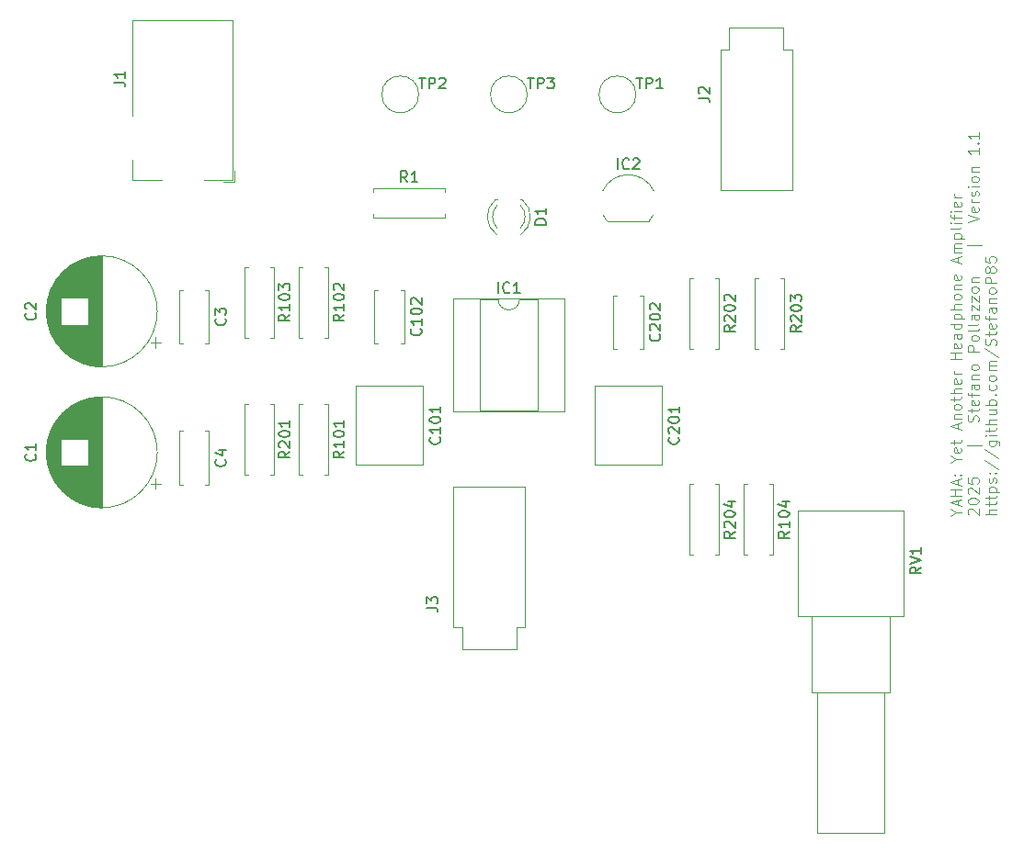
<source format=gbr>
%TF.GenerationSoftware,KiCad,Pcbnew,9.0.0*%
%TF.CreationDate,2025-03-25T20:24:53+01:00*%
%TF.ProjectId,YAHA,59414841-2e6b-4696-9361-645f70636258,rev?*%
%TF.SameCoordinates,Original*%
%TF.FileFunction,Legend,Top*%
%TF.FilePolarity,Positive*%
%FSLAX46Y46*%
G04 Gerber Fmt 4.6, Leading zero omitted, Abs format (unit mm)*
G04 Created by KiCad (PCBNEW 9.0.0) date 2025-03-25 20:24:53*
%MOMM*%
%LPD*%
G01*
G04 APERTURE LIST*
%ADD10C,0.100000*%
%ADD11C,0.150000*%
%ADD12C,0.120000*%
G04 APERTURE END LIST*
D10*
X188176340Y-143505639D02*
X188652531Y-143505639D01*
X187652531Y-143838972D02*
X188176340Y-143505639D01*
X188176340Y-143505639D02*
X187652531Y-143172306D01*
X188366816Y-142886591D02*
X188366816Y-142410401D01*
X188652531Y-142981829D02*
X187652531Y-142648496D01*
X187652531Y-142648496D02*
X188652531Y-142315163D01*
X188652531Y-141981829D02*
X187652531Y-141981829D01*
X188128721Y-141981829D02*
X188128721Y-141410401D01*
X188652531Y-141410401D02*
X187652531Y-141410401D01*
X188366816Y-140981829D02*
X188366816Y-140505639D01*
X188652531Y-141077067D02*
X187652531Y-140743734D01*
X187652531Y-140743734D02*
X188652531Y-140410401D01*
X188557292Y-140077067D02*
X188604912Y-140029448D01*
X188604912Y-140029448D02*
X188652531Y-140077067D01*
X188652531Y-140077067D02*
X188604912Y-140124686D01*
X188604912Y-140124686D02*
X188557292Y-140077067D01*
X188557292Y-140077067D02*
X188652531Y-140077067D01*
X188033483Y-140077067D02*
X188081102Y-140029448D01*
X188081102Y-140029448D02*
X188128721Y-140077067D01*
X188128721Y-140077067D02*
X188081102Y-140124686D01*
X188081102Y-140124686D02*
X188033483Y-140077067D01*
X188033483Y-140077067D02*
X188128721Y-140077067D01*
X188176340Y-138648496D02*
X188652531Y-138648496D01*
X187652531Y-138981829D02*
X188176340Y-138648496D01*
X188176340Y-138648496D02*
X187652531Y-138315163D01*
X188604912Y-137600877D02*
X188652531Y-137696115D01*
X188652531Y-137696115D02*
X188652531Y-137886591D01*
X188652531Y-137886591D02*
X188604912Y-137981829D01*
X188604912Y-137981829D02*
X188509673Y-138029448D01*
X188509673Y-138029448D02*
X188128721Y-138029448D01*
X188128721Y-138029448D02*
X188033483Y-137981829D01*
X188033483Y-137981829D02*
X187985864Y-137886591D01*
X187985864Y-137886591D02*
X187985864Y-137696115D01*
X187985864Y-137696115D02*
X188033483Y-137600877D01*
X188033483Y-137600877D02*
X188128721Y-137553258D01*
X188128721Y-137553258D02*
X188223959Y-137553258D01*
X188223959Y-137553258D02*
X188319197Y-138029448D01*
X187985864Y-137267543D02*
X187985864Y-136886591D01*
X187652531Y-137124686D02*
X188509673Y-137124686D01*
X188509673Y-137124686D02*
X188604912Y-137077067D01*
X188604912Y-137077067D02*
X188652531Y-136981829D01*
X188652531Y-136981829D02*
X188652531Y-136886591D01*
X188366816Y-135838971D02*
X188366816Y-135362781D01*
X188652531Y-135934209D02*
X187652531Y-135600876D01*
X187652531Y-135600876D02*
X188652531Y-135267543D01*
X187985864Y-134934209D02*
X188652531Y-134934209D01*
X188081102Y-134934209D02*
X188033483Y-134886590D01*
X188033483Y-134886590D02*
X187985864Y-134791352D01*
X187985864Y-134791352D02*
X187985864Y-134648495D01*
X187985864Y-134648495D02*
X188033483Y-134553257D01*
X188033483Y-134553257D02*
X188128721Y-134505638D01*
X188128721Y-134505638D02*
X188652531Y-134505638D01*
X188652531Y-133886590D02*
X188604912Y-133981828D01*
X188604912Y-133981828D02*
X188557292Y-134029447D01*
X188557292Y-134029447D02*
X188462054Y-134077066D01*
X188462054Y-134077066D02*
X188176340Y-134077066D01*
X188176340Y-134077066D02*
X188081102Y-134029447D01*
X188081102Y-134029447D02*
X188033483Y-133981828D01*
X188033483Y-133981828D02*
X187985864Y-133886590D01*
X187985864Y-133886590D02*
X187985864Y-133743733D01*
X187985864Y-133743733D02*
X188033483Y-133648495D01*
X188033483Y-133648495D02*
X188081102Y-133600876D01*
X188081102Y-133600876D02*
X188176340Y-133553257D01*
X188176340Y-133553257D02*
X188462054Y-133553257D01*
X188462054Y-133553257D02*
X188557292Y-133600876D01*
X188557292Y-133600876D02*
X188604912Y-133648495D01*
X188604912Y-133648495D02*
X188652531Y-133743733D01*
X188652531Y-133743733D02*
X188652531Y-133886590D01*
X187985864Y-133267542D02*
X187985864Y-132886590D01*
X187652531Y-133124685D02*
X188509673Y-133124685D01*
X188509673Y-133124685D02*
X188604912Y-133077066D01*
X188604912Y-133077066D02*
X188652531Y-132981828D01*
X188652531Y-132981828D02*
X188652531Y-132886590D01*
X188652531Y-132553256D02*
X187652531Y-132553256D01*
X188652531Y-132124685D02*
X188128721Y-132124685D01*
X188128721Y-132124685D02*
X188033483Y-132172304D01*
X188033483Y-132172304D02*
X187985864Y-132267542D01*
X187985864Y-132267542D02*
X187985864Y-132410399D01*
X187985864Y-132410399D02*
X188033483Y-132505637D01*
X188033483Y-132505637D02*
X188081102Y-132553256D01*
X188604912Y-131267542D02*
X188652531Y-131362780D01*
X188652531Y-131362780D02*
X188652531Y-131553256D01*
X188652531Y-131553256D02*
X188604912Y-131648494D01*
X188604912Y-131648494D02*
X188509673Y-131696113D01*
X188509673Y-131696113D02*
X188128721Y-131696113D01*
X188128721Y-131696113D02*
X188033483Y-131648494D01*
X188033483Y-131648494D02*
X187985864Y-131553256D01*
X187985864Y-131553256D02*
X187985864Y-131362780D01*
X187985864Y-131362780D02*
X188033483Y-131267542D01*
X188033483Y-131267542D02*
X188128721Y-131219923D01*
X188128721Y-131219923D02*
X188223959Y-131219923D01*
X188223959Y-131219923D02*
X188319197Y-131696113D01*
X188652531Y-130791351D02*
X187985864Y-130791351D01*
X188176340Y-130791351D02*
X188081102Y-130743732D01*
X188081102Y-130743732D02*
X188033483Y-130696113D01*
X188033483Y-130696113D02*
X187985864Y-130600875D01*
X187985864Y-130600875D02*
X187985864Y-130505637D01*
X188652531Y-129410398D02*
X187652531Y-129410398D01*
X188128721Y-129410398D02*
X188128721Y-128838970D01*
X188652531Y-128838970D02*
X187652531Y-128838970D01*
X188604912Y-127981827D02*
X188652531Y-128077065D01*
X188652531Y-128077065D02*
X188652531Y-128267541D01*
X188652531Y-128267541D02*
X188604912Y-128362779D01*
X188604912Y-128362779D02*
X188509673Y-128410398D01*
X188509673Y-128410398D02*
X188128721Y-128410398D01*
X188128721Y-128410398D02*
X188033483Y-128362779D01*
X188033483Y-128362779D02*
X187985864Y-128267541D01*
X187985864Y-128267541D02*
X187985864Y-128077065D01*
X187985864Y-128077065D02*
X188033483Y-127981827D01*
X188033483Y-127981827D02*
X188128721Y-127934208D01*
X188128721Y-127934208D02*
X188223959Y-127934208D01*
X188223959Y-127934208D02*
X188319197Y-128410398D01*
X188652531Y-127077065D02*
X188128721Y-127077065D01*
X188128721Y-127077065D02*
X188033483Y-127124684D01*
X188033483Y-127124684D02*
X187985864Y-127219922D01*
X187985864Y-127219922D02*
X187985864Y-127410398D01*
X187985864Y-127410398D02*
X188033483Y-127505636D01*
X188604912Y-127077065D02*
X188652531Y-127172303D01*
X188652531Y-127172303D02*
X188652531Y-127410398D01*
X188652531Y-127410398D02*
X188604912Y-127505636D01*
X188604912Y-127505636D02*
X188509673Y-127553255D01*
X188509673Y-127553255D02*
X188414435Y-127553255D01*
X188414435Y-127553255D02*
X188319197Y-127505636D01*
X188319197Y-127505636D02*
X188271578Y-127410398D01*
X188271578Y-127410398D02*
X188271578Y-127172303D01*
X188271578Y-127172303D02*
X188223959Y-127077065D01*
X188652531Y-126172303D02*
X187652531Y-126172303D01*
X188604912Y-126172303D02*
X188652531Y-126267541D01*
X188652531Y-126267541D02*
X188652531Y-126458017D01*
X188652531Y-126458017D02*
X188604912Y-126553255D01*
X188604912Y-126553255D02*
X188557292Y-126600874D01*
X188557292Y-126600874D02*
X188462054Y-126648493D01*
X188462054Y-126648493D02*
X188176340Y-126648493D01*
X188176340Y-126648493D02*
X188081102Y-126600874D01*
X188081102Y-126600874D02*
X188033483Y-126553255D01*
X188033483Y-126553255D02*
X187985864Y-126458017D01*
X187985864Y-126458017D02*
X187985864Y-126267541D01*
X187985864Y-126267541D02*
X188033483Y-126172303D01*
X187985864Y-125696112D02*
X188985864Y-125696112D01*
X188033483Y-125696112D02*
X187985864Y-125600874D01*
X187985864Y-125600874D02*
X187985864Y-125410398D01*
X187985864Y-125410398D02*
X188033483Y-125315160D01*
X188033483Y-125315160D02*
X188081102Y-125267541D01*
X188081102Y-125267541D02*
X188176340Y-125219922D01*
X188176340Y-125219922D02*
X188462054Y-125219922D01*
X188462054Y-125219922D02*
X188557292Y-125267541D01*
X188557292Y-125267541D02*
X188604912Y-125315160D01*
X188604912Y-125315160D02*
X188652531Y-125410398D01*
X188652531Y-125410398D02*
X188652531Y-125600874D01*
X188652531Y-125600874D02*
X188604912Y-125696112D01*
X188652531Y-124791350D02*
X187652531Y-124791350D01*
X188652531Y-124362779D02*
X188128721Y-124362779D01*
X188128721Y-124362779D02*
X188033483Y-124410398D01*
X188033483Y-124410398D02*
X187985864Y-124505636D01*
X187985864Y-124505636D02*
X187985864Y-124648493D01*
X187985864Y-124648493D02*
X188033483Y-124743731D01*
X188033483Y-124743731D02*
X188081102Y-124791350D01*
X188652531Y-123743731D02*
X188604912Y-123838969D01*
X188604912Y-123838969D02*
X188557292Y-123886588D01*
X188557292Y-123886588D02*
X188462054Y-123934207D01*
X188462054Y-123934207D02*
X188176340Y-123934207D01*
X188176340Y-123934207D02*
X188081102Y-123886588D01*
X188081102Y-123886588D02*
X188033483Y-123838969D01*
X188033483Y-123838969D02*
X187985864Y-123743731D01*
X187985864Y-123743731D02*
X187985864Y-123600874D01*
X187985864Y-123600874D02*
X188033483Y-123505636D01*
X188033483Y-123505636D02*
X188081102Y-123458017D01*
X188081102Y-123458017D02*
X188176340Y-123410398D01*
X188176340Y-123410398D02*
X188462054Y-123410398D01*
X188462054Y-123410398D02*
X188557292Y-123458017D01*
X188557292Y-123458017D02*
X188604912Y-123505636D01*
X188604912Y-123505636D02*
X188652531Y-123600874D01*
X188652531Y-123600874D02*
X188652531Y-123743731D01*
X187985864Y-122981826D02*
X188652531Y-122981826D01*
X188081102Y-122981826D02*
X188033483Y-122934207D01*
X188033483Y-122934207D02*
X187985864Y-122838969D01*
X187985864Y-122838969D02*
X187985864Y-122696112D01*
X187985864Y-122696112D02*
X188033483Y-122600874D01*
X188033483Y-122600874D02*
X188128721Y-122553255D01*
X188128721Y-122553255D02*
X188652531Y-122553255D01*
X188604912Y-121696112D02*
X188652531Y-121791350D01*
X188652531Y-121791350D02*
X188652531Y-121981826D01*
X188652531Y-121981826D02*
X188604912Y-122077064D01*
X188604912Y-122077064D02*
X188509673Y-122124683D01*
X188509673Y-122124683D02*
X188128721Y-122124683D01*
X188128721Y-122124683D02*
X188033483Y-122077064D01*
X188033483Y-122077064D02*
X187985864Y-121981826D01*
X187985864Y-121981826D02*
X187985864Y-121791350D01*
X187985864Y-121791350D02*
X188033483Y-121696112D01*
X188033483Y-121696112D02*
X188128721Y-121648493D01*
X188128721Y-121648493D02*
X188223959Y-121648493D01*
X188223959Y-121648493D02*
X188319197Y-122124683D01*
X188366816Y-120505635D02*
X188366816Y-120029445D01*
X188652531Y-120600873D02*
X187652531Y-120267540D01*
X187652531Y-120267540D02*
X188652531Y-119934207D01*
X188652531Y-119600873D02*
X187985864Y-119600873D01*
X188081102Y-119600873D02*
X188033483Y-119553254D01*
X188033483Y-119553254D02*
X187985864Y-119458016D01*
X187985864Y-119458016D02*
X187985864Y-119315159D01*
X187985864Y-119315159D02*
X188033483Y-119219921D01*
X188033483Y-119219921D02*
X188128721Y-119172302D01*
X188128721Y-119172302D02*
X188652531Y-119172302D01*
X188128721Y-119172302D02*
X188033483Y-119124683D01*
X188033483Y-119124683D02*
X187985864Y-119029445D01*
X187985864Y-119029445D02*
X187985864Y-118886588D01*
X187985864Y-118886588D02*
X188033483Y-118791349D01*
X188033483Y-118791349D02*
X188128721Y-118743730D01*
X188128721Y-118743730D02*
X188652531Y-118743730D01*
X187985864Y-118267540D02*
X188985864Y-118267540D01*
X188033483Y-118267540D02*
X187985864Y-118172302D01*
X187985864Y-118172302D02*
X187985864Y-117981826D01*
X187985864Y-117981826D02*
X188033483Y-117886588D01*
X188033483Y-117886588D02*
X188081102Y-117838969D01*
X188081102Y-117838969D02*
X188176340Y-117791350D01*
X188176340Y-117791350D02*
X188462054Y-117791350D01*
X188462054Y-117791350D02*
X188557292Y-117838969D01*
X188557292Y-117838969D02*
X188604912Y-117886588D01*
X188604912Y-117886588D02*
X188652531Y-117981826D01*
X188652531Y-117981826D02*
X188652531Y-118172302D01*
X188652531Y-118172302D02*
X188604912Y-118267540D01*
X188652531Y-117219921D02*
X188604912Y-117315159D01*
X188604912Y-117315159D02*
X188509673Y-117362778D01*
X188509673Y-117362778D02*
X187652531Y-117362778D01*
X188652531Y-116838968D02*
X187985864Y-116838968D01*
X187652531Y-116838968D02*
X187700150Y-116886587D01*
X187700150Y-116886587D02*
X187747769Y-116838968D01*
X187747769Y-116838968D02*
X187700150Y-116791349D01*
X187700150Y-116791349D02*
X187652531Y-116838968D01*
X187652531Y-116838968D02*
X187747769Y-116838968D01*
X187985864Y-116505635D02*
X187985864Y-116124683D01*
X188652531Y-116362778D02*
X187795388Y-116362778D01*
X187795388Y-116362778D02*
X187700150Y-116315159D01*
X187700150Y-116315159D02*
X187652531Y-116219921D01*
X187652531Y-116219921D02*
X187652531Y-116124683D01*
X188652531Y-115791349D02*
X187985864Y-115791349D01*
X187652531Y-115791349D02*
X187700150Y-115838968D01*
X187700150Y-115838968D02*
X187747769Y-115791349D01*
X187747769Y-115791349D02*
X187700150Y-115743730D01*
X187700150Y-115743730D02*
X187652531Y-115791349D01*
X187652531Y-115791349D02*
X187747769Y-115791349D01*
X188604912Y-114934207D02*
X188652531Y-115029445D01*
X188652531Y-115029445D02*
X188652531Y-115219921D01*
X188652531Y-115219921D02*
X188604912Y-115315159D01*
X188604912Y-115315159D02*
X188509673Y-115362778D01*
X188509673Y-115362778D02*
X188128721Y-115362778D01*
X188128721Y-115362778D02*
X188033483Y-115315159D01*
X188033483Y-115315159D02*
X187985864Y-115219921D01*
X187985864Y-115219921D02*
X187985864Y-115029445D01*
X187985864Y-115029445D02*
X188033483Y-114934207D01*
X188033483Y-114934207D02*
X188128721Y-114886588D01*
X188128721Y-114886588D02*
X188223959Y-114886588D01*
X188223959Y-114886588D02*
X188319197Y-115362778D01*
X188652531Y-114458016D02*
X187985864Y-114458016D01*
X188176340Y-114458016D02*
X188081102Y-114410397D01*
X188081102Y-114410397D02*
X188033483Y-114362778D01*
X188033483Y-114362778D02*
X187985864Y-114267540D01*
X187985864Y-114267540D02*
X187985864Y-114172302D01*
X189357713Y-143743734D02*
X189310094Y-143696115D01*
X189310094Y-143696115D02*
X189262475Y-143600877D01*
X189262475Y-143600877D02*
X189262475Y-143362782D01*
X189262475Y-143362782D02*
X189310094Y-143267544D01*
X189310094Y-143267544D02*
X189357713Y-143219925D01*
X189357713Y-143219925D02*
X189452951Y-143172306D01*
X189452951Y-143172306D02*
X189548189Y-143172306D01*
X189548189Y-143172306D02*
X189691046Y-143219925D01*
X189691046Y-143219925D02*
X190262475Y-143791353D01*
X190262475Y-143791353D02*
X190262475Y-143172306D01*
X189262475Y-142553258D02*
X189262475Y-142458020D01*
X189262475Y-142458020D02*
X189310094Y-142362782D01*
X189310094Y-142362782D02*
X189357713Y-142315163D01*
X189357713Y-142315163D02*
X189452951Y-142267544D01*
X189452951Y-142267544D02*
X189643427Y-142219925D01*
X189643427Y-142219925D02*
X189881522Y-142219925D01*
X189881522Y-142219925D02*
X190071998Y-142267544D01*
X190071998Y-142267544D02*
X190167236Y-142315163D01*
X190167236Y-142315163D02*
X190214856Y-142362782D01*
X190214856Y-142362782D02*
X190262475Y-142458020D01*
X190262475Y-142458020D02*
X190262475Y-142553258D01*
X190262475Y-142553258D02*
X190214856Y-142648496D01*
X190214856Y-142648496D02*
X190167236Y-142696115D01*
X190167236Y-142696115D02*
X190071998Y-142743734D01*
X190071998Y-142743734D02*
X189881522Y-142791353D01*
X189881522Y-142791353D02*
X189643427Y-142791353D01*
X189643427Y-142791353D02*
X189452951Y-142743734D01*
X189452951Y-142743734D02*
X189357713Y-142696115D01*
X189357713Y-142696115D02*
X189310094Y-142648496D01*
X189310094Y-142648496D02*
X189262475Y-142553258D01*
X189357713Y-141838972D02*
X189310094Y-141791353D01*
X189310094Y-141791353D02*
X189262475Y-141696115D01*
X189262475Y-141696115D02*
X189262475Y-141458020D01*
X189262475Y-141458020D02*
X189310094Y-141362782D01*
X189310094Y-141362782D02*
X189357713Y-141315163D01*
X189357713Y-141315163D02*
X189452951Y-141267544D01*
X189452951Y-141267544D02*
X189548189Y-141267544D01*
X189548189Y-141267544D02*
X189691046Y-141315163D01*
X189691046Y-141315163D02*
X190262475Y-141886591D01*
X190262475Y-141886591D02*
X190262475Y-141267544D01*
X189262475Y-140362782D02*
X189262475Y-140838972D01*
X189262475Y-140838972D02*
X189738665Y-140886591D01*
X189738665Y-140886591D02*
X189691046Y-140838972D01*
X189691046Y-140838972D02*
X189643427Y-140743734D01*
X189643427Y-140743734D02*
X189643427Y-140505639D01*
X189643427Y-140505639D02*
X189691046Y-140410401D01*
X189691046Y-140410401D02*
X189738665Y-140362782D01*
X189738665Y-140362782D02*
X189833903Y-140315163D01*
X189833903Y-140315163D02*
X190071998Y-140315163D01*
X190071998Y-140315163D02*
X190167236Y-140362782D01*
X190167236Y-140362782D02*
X190214856Y-140410401D01*
X190214856Y-140410401D02*
X190262475Y-140505639D01*
X190262475Y-140505639D02*
X190262475Y-140743734D01*
X190262475Y-140743734D02*
X190214856Y-140838972D01*
X190214856Y-140838972D02*
X190167236Y-140886591D01*
X190595808Y-137362781D02*
X189167236Y-137362781D01*
X190214856Y-135172304D02*
X190262475Y-135029447D01*
X190262475Y-135029447D02*
X190262475Y-134791352D01*
X190262475Y-134791352D02*
X190214856Y-134696114D01*
X190214856Y-134696114D02*
X190167236Y-134648495D01*
X190167236Y-134648495D02*
X190071998Y-134600876D01*
X190071998Y-134600876D02*
X189976760Y-134600876D01*
X189976760Y-134600876D02*
X189881522Y-134648495D01*
X189881522Y-134648495D02*
X189833903Y-134696114D01*
X189833903Y-134696114D02*
X189786284Y-134791352D01*
X189786284Y-134791352D02*
X189738665Y-134981828D01*
X189738665Y-134981828D02*
X189691046Y-135077066D01*
X189691046Y-135077066D02*
X189643427Y-135124685D01*
X189643427Y-135124685D02*
X189548189Y-135172304D01*
X189548189Y-135172304D02*
X189452951Y-135172304D01*
X189452951Y-135172304D02*
X189357713Y-135124685D01*
X189357713Y-135124685D02*
X189310094Y-135077066D01*
X189310094Y-135077066D02*
X189262475Y-134981828D01*
X189262475Y-134981828D02*
X189262475Y-134743733D01*
X189262475Y-134743733D02*
X189310094Y-134600876D01*
X189595808Y-134315161D02*
X189595808Y-133934209D01*
X189262475Y-134172304D02*
X190119617Y-134172304D01*
X190119617Y-134172304D02*
X190214856Y-134124685D01*
X190214856Y-134124685D02*
X190262475Y-134029447D01*
X190262475Y-134029447D02*
X190262475Y-133934209D01*
X190214856Y-133219923D02*
X190262475Y-133315161D01*
X190262475Y-133315161D02*
X190262475Y-133505637D01*
X190262475Y-133505637D02*
X190214856Y-133600875D01*
X190214856Y-133600875D02*
X190119617Y-133648494D01*
X190119617Y-133648494D02*
X189738665Y-133648494D01*
X189738665Y-133648494D02*
X189643427Y-133600875D01*
X189643427Y-133600875D02*
X189595808Y-133505637D01*
X189595808Y-133505637D02*
X189595808Y-133315161D01*
X189595808Y-133315161D02*
X189643427Y-133219923D01*
X189643427Y-133219923D02*
X189738665Y-133172304D01*
X189738665Y-133172304D02*
X189833903Y-133172304D01*
X189833903Y-133172304D02*
X189929141Y-133648494D01*
X189595808Y-132886589D02*
X189595808Y-132505637D01*
X190262475Y-132743732D02*
X189405332Y-132743732D01*
X189405332Y-132743732D02*
X189310094Y-132696113D01*
X189310094Y-132696113D02*
X189262475Y-132600875D01*
X189262475Y-132600875D02*
X189262475Y-132505637D01*
X190262475Y-131743732D02*
X189738665Y-131743732D01*
X189738665Y-131743732D02*
X189643427Y-131791351D01*
X189643427Y-131791351D02*
X189595808Y-131886589D01*
X189595808Y-131886589D02*
X189595808Y-132077065D01*
X189595808Y-132077065D02*
X189643427Y-132172303D01*
X190214856Y-131743732D02*
X190262475Y-131838970D01*
X190262475Y-131838970D02*
X190262475Y-132077065D01*
X190262475Y-132077065D02*
X190214856Y-132172303D01*
X190214856Y-132172303D02*
X190119617Y-132219922D01*
X190119617Y-132219922D02*
X190024379Y-132219922D01*
X190024379Y-132219922D02*
X189929141Y-132172303D01*
X189929141Y-132172303D02*
X189881522Y-132077065D01*
X189881522Y-132077065D02*
X189881522Y-131838970D01*
X189881522Y-131838970D02*
X189833903Y-131743732D01*
X189595808Y-131267541D02*
X190262475Y-131267541D01*
X189691046Y-131267541D02*
X189643427Y-131219922D01*
X189643427Y-131219922D02*
X189595808Y-131124684D01*
X189595808Y-131124684D02*
X189595808Y-130981827D01*
X189595808Y-130981827D02*
X189643427Y-130886589D01*
X189643427Y-130886589D02*
X189738665Y-130838970D01*
X189738665Y-130838970D02*
X190262475Y-130838970D01*
X190262475Y-130219922D02*
X190214856Y-130315160D01*
X190214856Y-130315160D02*
X190167236Y-130362779D01*
X190167236Y-130362779D02*
X190071998Y-130410398D01*
X190071998Y-130410398D02*
X189786284Y-130410398D01*
X189786284Y-130410398D02*
X189691046Y-130362779D01*
X189691046Y-130362779D02*
X189643427Y-130315160D01*
X189643427Y-130315160D02*
X189595808Y-130219922D01*
X189595808Y-130219922D02*
X189595808Y-130077065D01*
X189595808Y-130077065D02*
X189643427Y-129981827D01*
X189643427Y-129981827D02*
X189691046Y-129934208D01*
X189691046Y-129934208D02*
X189786284Y-129886589D01*
X189786284Y-129886589D02*
X190071998Y-129886589D01*
X190071998Y-129886589D02*
X190167236Y-129934208D01*
X190167236Y-129934208D02*
X190214856Y-129981827D01*
X190214856Y-129981827D02*
X190262475Y-130077065D01*
X190262475Y-130077065D02*
X190262475Y-130219922D01*
X190262475Y-128696112D02*
X189262475Y-128696112D01*
X189262475Y-128696112D02*
X189262475Y-128315160D01*
X189262475Y-128315160D02*
X189310094Y-128219922D01*
X189310094Y-128219922D02*
X189357713Y-128172303D01*
X189357713Y-128172303D02*
X189452951Y-128124684D01*
X189452951Y-128124684D02*
X189595808Y-128124684D01*
X189595808Y-128124684D02*
X189691046Y-128172303D01*
X189691046Y-128172303D02*
X189738665Y-128219922D01*
X189738665Y-128219922D02*
X189786284Y-128315160D01*
X189786284Y-128315160D02*
X189786284Y-128696112D01*
X190262475Y-127553255D02*
X190214856Y-127648493D01*
X190214856Y-127648493D02*
X190167236Y-127696112D01*
X190167236Y-127696112D02*
X190071998Y-127743731D01*
X190071998Y-127743731D02*
X189786284Y-127743731D01*
X189786284Y-127743731D02*
X189691046Y-127696112D01*
X189691046Y-127696112D02*
X189643427Y-127648493D01*
X189643427Y-127648493D02*
X189595808Y-127553255D01*
X189595808Y-127553255D02*
X189595808Y-127410398D01*
X189595808Y-127410398D02*
X189643427Y-127315160D01*
X189643427Y-127315160D02*
X189691046Y-127267541D01*
X189691046Y-127267541D02*
X189786284Y-127219922D01*
X189786284Y-127219922D02*
X190071998Y-127219922D01*
X190071998Y-127219922D02*
X190167236Y-127267541D01*
X190167236Y-127267541D02*
X190214856Y-127315160D01*
X190214856Y-127315160D02*
X190262475Y-127410398D01*
X190262475Y-127410398D02*
X190262475Y-127553255D01*
X190262475Y-126648493D02*
X190214856Y-126743731D01*
X190214856Y-126743731D02*
X190119617Y-126791350D01*
X190119617Y-126791350D02*
X189262475Y-126791350D01*
X190262475Y-126124683D02*
X190214856Y-126219921D01*
X190214856Y-126219921D02*
X190119617Y-126267540D01*
X190119617Y-126267540D02*
X189262475Y-126267540D01*
X190262475Y-125315159D02*
X189738665Y-125315159D01*
X189738665Y-125315159D02*
X189643427Y-125362778D01*
X189643427Y-125362778D02*
X189595808Y-125458016D01*
X189595808Y-125458016D02*
X189595808Y-125648492D01*
X189595808Y-125648492D02*
X189643427Y-125743730D01*
X190214856Y-125315159D02*
X190262475Y-125410397D01*
X190262475Y-125410397D02*
X190262475Y-125648492D01*
X190262475Y-125648492D02*
X190214856Y-125743730D01*
X190214856Y-125743730D02*
X190119617Y-125791349D01*
X190119617Y-125791349D02*
X190024379Y-125791349D01*
X190024379Y-125791349D02*
X189929141Y-125743730D01*
X189929141Y-125743730D02*
X189881522Y-125648492D01*
X189881522Y-125648492D02*
X189881522Y-125410397D01*
X189881522Y-125410397D02*
X189833903Y-125315159D01*
X189595808Y-124934206D02*
X189595808Y-124410397D01*
X189595808Y-124410397D02*
X190262475Y-124934206D01*
X190262475Y-124934206D02*
X190262475Y-124410397D01*
X189595808Y-124124682D02*
X189595808Y-123600873D01*
X189595808Y-123600873D02*
X190262475Y-124124682D01*
X190262475Y-124124682D02*
X190262475Y-123600873D01*
X190262475Y-123077063D02*
X190214856Y-123172301D01*
X190214856Y-123172301D02*
X190167236Y-123219920D01*
X190167236Y-123219920D02*
X190071998Y-123267539D01*
X190071998Y-123267539D02*
X189786284Y-123267539D01*
X189786284Y-123267539D02*
X189691046Y-123219920D01*
X189691046Y-123219920D02*
X189643427Y-123172301D01*
X189643427Y-123172301D02*
X189595808Y-123077063D01*
X189595808Y-123077063D02*
X189595808Y-122934206D01*
X189595808Y-122934206D02*
X189643427Y-122838968D01*
X189643427Y-122838968D02*
X189691046Y-122791349D01*
X189691046Y-122791349D02*
X189786284Y-122743730D01*
X189786284Y-122743730D02*
X190071998Y-122743730D01*
X190071998Y-122743730D02*
X190167236Y-122791349D01*
X190167236Y-122791349D02*
X190214856Y-122838968D01*
X190214856Y-122838968D02*
X190262475Y-122934206D01*
X190262475Y-122934206D02*
X190262475Y-123077063D01*
X189595808Y-122315158D02*
X190262475Y-122315158D01*
X189691046Y-122315158D02*
X189643427Y-122267539D01*
X189643427Y-122267539D02*
X189595808Y-122172301D01*
X189595808Y-122172301D02*
X189595808Y-122029444D01*
X189595808Y-122029444D02*
X189643427Y-121934206D01*
X189643427Y-121934206D02*
X189738665Y-121886587D01*
X189738665Y-121886587D02*
X190262475Y-121886587D01*
X190595808Y-118886586D02*
X189167236Y-118886586D01*
X189262475Y-116791347D02*
X190262475Y-116458014D01*
X190262475Y-116458014D02*
X189262475Y-116124681D01*
X190214856Y-115410395D02*
X190262475Y-115505633D01*
X190262475Y-115505633D02*
X190262475Y-115696109D01*
X190262475Y-115696109D02*
X190214856Y-115791347D01*
X190214856Y-115791347D02*
X190119617Y-115838966D01*
X190119617Y-115838966D02*
X189738665Y-115838966D01*
X189738665Y-115838966D02*
X189643427Y-115791347D01*
X189643427Y-115791347D02*
X189595808Y-115696109D01*
X189595808Y-115696109D02*
X189595808Y-115505633D01*
X189595808Y-115505633D02*
X189643427Y-115410395D01*
X189643427Y-115410395D02*
X189738665Y-115362776D01*
X189738665Y-115362776D02*
X189833903Y-115362776D01*
X189833903Y-115362776D02*
X189929141Y-115838966D01*
X190262475Y-114934204D02*
X189595808Y-114934204D01*
X189786284Y-114934204D02*
X189691046Y-114886585D01*
X189691046Y-114886585D02*
X189643427Y-114838966D01*
X189643427Y-114838966D02*
X189595808Y-114743728D01*
X189595808Y-114743728D02*
X189595808Y-114648490D01*
X190214856Y-114362775D02*
X190262475Y-114267537D01*
X190262475Y-114267537D02*
X190262475Y-114077061D01*
X190262475Y-114077061D02*
X190214856Y-113981823D01*
X190214856Y-113981823D02*
X190119617Y-113934204D01*
X190119617Y-113934204D02*
X190071998Y-113934204D01*
X190071998Y-113934204D02*
X189976760Y-113981823D01*
X189976760Y-113981823D02*
X189929141Y-114077061D01*
X189929141Y-114077061D02*
X189929141Y-114219918D01*
X189929141Y-114219918D02*
X189881522Y-114315156D01*
X189881522Y-114315156D02*
X189786284Y-114362775D01*
X189786284Y-114362775D02*
X189738665Y-114362775D01*
X189738665Y-114362775D02*
X189643427Y-114315156D01*
X189643427Y-114315156D02*
X189595808Y-114219918D01*
X189595808Y-114219918D02*
X189595808Y-114077061D01*
X189595808Y-114077061D02*
X189643427Y-113981823D01*
X190262475Y-113505632D02*
X189595808Y-113505632D01*
X189262475Y-113505632D02*
X189310094Y-113553251D01*
X189310094Y-113553251D02*
X189357713Y-113505632D01*
X189357713Y-113505632D02*
X189310094Y-113458013D01*
X189310094Y-113458013D02*
X189262475Y-113505632D01*
X189262475Y-113505632D02*
X189357713Y-113505632D01*
X190262475Y-112886585D02*
X190214856Y-112981823D01*
X190214856Y-112981823D02*
X190167236Y-113029442D01*
X190167236Y-113029442D02*
X190071998Y-113077061D01*
X190071998Y-113077061D02*
X189786284Y-113077061D01*
X189786284Y-113077061D02*
X189691046Y-113029442D01*
X189691046Y-113029442D02*
X189643427Y-112981823D01*
X189643427Y-112981823D02*
X189595808Y-112886585D01*
X189595808Y-112886585D02*
X189595808Y-112743728D01*
X189595808Y-112743728D02*
X189643427Y-112648490D01*
X189643427Y-112648490D02*
X189691046Y-112600871D01*
X189691046Y-112600871D02*
X189786284Y-112553252D01*
X189786284Y-112553252D02*
X190071998Y-112553252D01*
X190071998Y-112553252D02*
X190167236Y-112600871D01*
X190167236Y-112600871D02*
X190214856Y-112648490D01*
X190214856Y-112648490D02*
X190262475Y-112743728D01*
X190262475Y-112743728D02*
X190262475Y-112886585D01*
X189595808Y-112124680D02*
X190262475Y-112124680D01*
X189691046Y-112124680D02*
X189643427Y-112077061D01*
X189643427Y-112077061D02*
X189595808Y-111981823D01*
X189595808Y-111981823D02*
X189595808Y-111838966D01*
X189595808Y-111838966D02*
X189643427Y-111743728D01*
X189643427Y-111743728D02*
X189738665Y-111696109D01*
X189738665Y-111696109D02*
X190262475Y-111696109D01*
X190262475Y-109934204D02*
X190262475Y-110505632D01*
X190262475Y-110219918D02*
X189262475Y-110219918D01*
X189262475Y-110219918D02*
X189405332Y-110315156D01*
X189405332Y-110315156D02*
X189500570Y-110410394D01*
X189500570Y-110410394D02*
X189548189Y-110505632D01*
X190167236Y-109505632D02*
X190214856Y-109458013D01*
X190214856Y-109458013D02*
X190262475Y-109505632D01*
X190262475Y-109505632D02*
X190214856Y-109553251D01*
X190214856Y-109553251D02*
X190167236Y-109505632D01*
X190167236Y-109505632D02*
X190262475Y-109505632D01*
X190262475Y-108505633D02*
X190262475Y-109077061D01*
X190262475Y-108791347D02*
X189262475Y-108791347D01*
X189262475Y-108791347D02*
X189405332Y-108886585D01*
X189405332Y-108886585D02*
X189500570Y-108981823D01*
X189500570Y-108981823D02*
X189548189Y-109077061D01*
X191872419Y-143696115D02*
X190872419Y-143696115D01*
X191872419Y-143267544D02*
X191348609Y-143267544D01*
X191348609Y-143267544D02*
X191253371Y-143315163D01*
X191253371Y-143315163D02*
X191205752Y-143410401D01*
X191205752Y-143410401D02*
X191205752Y-143553258D01*
X191205752Y-143553258D02*
X191253371Y-143648496D01*
X191253371Y-143648496D02*
X191300990Y-143696115D01*
X191205752Y-142934210D02*
X191205752Y-142553258D01*
X190872419Y-142791353D02*
X191729561Y-142791353D01*
X191729561Y-142791353D02*
X191824800Y-142743734D01*
X191824800Y-142743734D02*
X191872419Y-142648496D01*
X191872419Y-142648496D02*
X191872419Y-142553258D01*
X191205752Y-142362781D02*
X191205752Y-141981829D01*
X190872419Y-142219924D02*
X191729561Y-142219924D01*
X191729561Y-142219924D02*
X191824800Y-142172305D01*
X191824800Y-142172305D02*
X191872419Y-142077067D01*
X191872419Y-142077067D02*
X191872419Y-141981829D01*
X191205752Y-141648495D02*
X192205752Y-141648495D01*
X191253371Y-141648495D02*
X191205752Y-141553257D01*
X191205752Y-141553257D02*
X191205752Y-141362781D01*
X191205752Y-141362781D02*
X191253371Y-141267543D01*
X191253371Y-141267543D02*
X191300990Y-141219924D01*
X191300990Y-141219924D02*
X191396228Y-141172305D01*
X191396228Y-141172305D02*
X191681942Y-141172305D01*
X191681942Y-141172305D02*
X191777180Y-141219924D01*
X191777180Y-141219924D02*
X191824800Y-141267543D01*
X191824800Y-141267543D02*
X191872419Y-141362781D01*
X191872419Y-141362781D02*
X191872419Y-141553257D01*
X191872419Y-141553257D02*
X191824800Y-141648495D01*
X191824800Y-140791352D02*
X191872419Y-140696114D01*
X191872419Y-140696114D02*
X191872419Y-140505638D01*
X191872419Y-140505638D02*
X191824800Y-140410400D01*
X191824800Y-140410400D02*
X191729561Y-140362781D01*
X191729561Y-140362781D02*
X191681942Y-140362781D01*
X191681942Y-140362781D02*
X191586704Y-140410400D01*
X191586704Y-140410400D02*
X191539085Y-140505638D01*
X191539085Y-140505638D02*
X191539085Y-140648495D01*
X191539085Y-140648495D02*
X191491466Y-140743733D01*
X191491466Y-140743733D02*
X191396228Y-140791352D01*
X191396228Y-140791352D02*
X191348609Y-140791352D01*
X191348609Y-140791352D02*
X191253371Y-140743733D01*
X191253371Y-140743733D02*
X191205752Y-140648495D01*
X191205752Y-140648495D02*
X191205752Y-140505638D01*
X191205752Y-140505638D02*
X191253371Y-140410400D01*
X191777180Y-139934209D02*
X191824800Y-139886590D01*
X191824800Y-139886590D02*
X191872419Y-139934209D01*
X191872419Y-139934209D02*
X191824800Y-139981828D01*
X191824800Y-139981828D02*
X191777180Y-139934209D01*
X191777180Y-139934209D02*
X191872419Y-139934209D01*
X191253371Y-139934209D02*
X191300990Y-139886590D01*
X191300990Y-139886590D02*
X191348609Y-139934209D01*
X191348609Y-139934209D02*
X191300990Y-139981828D01*
X191300990Y-139981828D02*
X191253371Y-139934209D01*
X191253371Y-139934209D02*
X191348609Y-139934209D01*
X190824800Y-138743734D02*
X192110514Y-139600876D01*
X190824800Y-137696115D02*
X192110514Y-138553257D01*
X191205752Y-136934210D02*
X192015276Y-136934210D01*
X192015276Y-136934210D02*
X192110514Y-136981829D01*
X192110514Y-136981829D02*
X192158133Y-137029448D01*
X192158133Y-137029448D02*
X192205752Y-137124686D01*
X192205752Y-137124686D02*
X192205752Y-137267543D01*
X192205752Y-137267543D02*
X192158133Y-137362781D01*
X191824800Y-136934210D02*
X191872419Y-137029448D01*
X191872419Y-137029448D02*
X191872419Y-137219924D01*
X191872419Y-137219924D02*
X191824800Y-137315162D01*
X191824800Y-137315162D02*
X191777180Y-137362781D01*
X191777180Y-137362781D02*
X191681942Y-137410400D01*
X191681942Y-137410400D02*
X191396228Y-137410400D01*
X191396228Y-137410400D02*
X191300990Y-137362781D01*
X191300990Y-137362781D02*
X191253371Y-137315162D01*
X191253371Y-137315162D02*
X191205752Y-137219924D01*
X191205752Y-137219924D02*
X191205752Y-137029448D01*
X191205752Y-137029448D02*
X191253371Y-136934210D01*
X191872419Y-136458019D02*
X191205752Y-136458019D01*
X190872419Y-136458019D02*
X190920038Y-136505638D01*
X190920038Y-136505638D02*
X190967657Y-136458019D01*
X190967657Y-136458019D02*
X190920038Y-136410400D01*
X190920038Y-136410400D02*
X190872419Y-136458019D01*
X190872419Y-136458019D02*
X190967657Y-136458019D01*
X191205752Y-136124686D02*
X191205752Y-135743734D01*
X190872419Y-135981829D02*
X191729561Y-135981829D01*
X191729561Y-135981829D02*
X191824800Y-135934210D01*
X191824800Y-135934210D02*
X191872419Y-135838972D01*
X191872419Y-135838972D02*
X191872419Y-135743734D01*
X191872419Y-135410400D02*
X190872419Y-135410400D01*
X191872419Y-134981829D02*
X191348609Y-134981829D01*
X191348609Y-134981829D02*
X191253371Y-135029448D01*
X191253371Y-135029448D02*
X191205752Y-135124686D01*
X191205752Y-135124686D02*
X191205752Y-135267543D01*
X191205752Y-135267543D02*
X191253371Y-135362781D01*
X191253371Y-135362781D02*
X191300990Y-135410400D01*
X191205752Y-134077067D02*
X191872419Y-134077067D01*
X191205752Y-134505638D02*
X191729561Y-134505638D01*
X191729561Y-134505638D02*
X191824800Y-134458019D01*
X191824800Y-134458019D02*
X191872419Y-134362781D01*
X191872419Y-134362781D02*
X191872419Y-134219924D01*
X191872419Y-134219924D02*
X191824800Y-134124686D01*
X191824800Y-134124686D02*
X191777180Y-134077067D01*
X191872419Y-133600876D02*
X190872419Y-133600876D01*
X191253371Y-133600876D02*
X191205752Y-133505638D01*
X191205752Y-133505638D02*
X191205752Y-133315162D01*
X191205752Y-133315162D02*
X191253371Y-133219924D01*
X191253371Y-133219924D02*
X191300990Y-133172305D01*
X191300990Y-133172305D02*
X191396228Y-133124686D01*
X191396228Y-133124686D02*
X191681942Y-133124686D01*
X191681942Y-133124686D02*
X191777180Y-133172305D01*
X191777180Y-133172305D02*
X191824800Y-133219924D01*
X191824800Y-133219924D02*
X191872419Y-133315162D01*
X191872419Y-133315162D02*
X191872419Y-133505638D01*
X191872419Y-133505638D02*
X191824800Y-133600876D01*
X191777180Y-132696114D02*
X191824800Y-132648495D01*
X191824800Y-132648495D02*
X191872419Y-132696114D01*
X191872419Y-132696114D02*
X191824800Y-132743733D01*
X191824800Y-132743733D02*
X191777180Y-132696114D01*
X191777180Y-132696114D02*
X191872419Y-132696114D01*
X191824800Y-131791353D02*
X191872419Y-131886591D01*
X191872419Y-131886591D02*
X191872419Y-132077067D01*
X191872419Y-132077067D02*
X191824800Y-132172305D01*
X191824800Y-132172305D02*
X191777180Y-132219924D01*
X191777180Y-132219924D02*
X191681942Y-132267543D01*
X191681942Y-132267543D02*
X191396228Y-132267543D01*
X191396228Y-132267543D02*
X191300990Y-132219924D01*
X191300990Y-132219924D02*
X191253371Y-132172305D01*
X191253371Y-132172305D02*
X191205752Y-132077067D01*
X191205752Y-132077067D02*
X191205752Y-131886591D01*
X191205752Y-131886591D02*
X191253371Y-131791353D01*
X191872419Y-131219924D02*
X191824800Y-131315162D01*
X191824800Y-131315162D02*
X191777180Y-131362781D01*
X191777180Y-131362781D02*
X191681942Y-131410400D01*
X191681942Y-131410400D02*
X191396228Y-131410400D01*
X191396228Y-131410400D02*
X191300990Y-131362781D01*
X191300990Y-131362781D02*
X191253371Y-131315162D01*
X191253371Y-131315162D02*
X191205752Y-131219924D01*
X191205752Y-131219924D02*
X191205752Y-131077067D01*
X191205752Y-131077067D02*
X191253371Y-130981829D01*
X191253371Y-130981829D02*
X191300990Y-130934210D01*
X191300990Y-130934210D02*
X191396228Y-130886591D01*
X191396228Y-130886591D02*
X191681942Y-130886591D01*
X191681942Y-130886591D02*
X191777180Y-130934210D01*
X191777180Y-130934210D02*
X191824800Y-130981829D01*
X191824800Y-130981829D02*
X191872419Y-131077067D01*
X191872419Y-131077067D02*
X191872419Y-131219924D01*
X191872419Y-130458019D02*
X191205752Y-130458019D01*
X191300990Y-130458019D02*
X191253371Y-130410400D01*
X191253371Y-130410400D02*
X191205752Y-130315162D01*
X191205752Y-130315162D02*
X191205752Y-130172305D01*
X191205752Y-130172305D02*
X191253371Y-130077067D01*
X191253371Y-130077067D02*
X191348609Y-130029448D01*
X191348609Y-130029448D02*
X191872419Y-130029448D01*
X191348609Y-130029448D02*
X191253371Y-129981829D01*
X191253371Y-129981829D02*
X191205752Y-129886591D01*
X191205752Y-129886591D02*
X191205752Y-129743734D01*
X191205752Y-129743734D02*
X191253371Y-129648495D01*
X191253371Y-129648495D02*
X191348609Y-129600876D01*
X191348609Y-129600876D02*
X191872419Y-129600876D01*
X190824800Y-128410401D02*
X192110514Y-129267543D01*
X191824800Y-128124686D02*
X191872419Y-127981829D01*
X191872419Y-127981829D02*
X191872419Y-127743734D01*
X191872419Y-127743734D02*
X191824800Y-127648496D01*
X191824800Y-127648496D02*
X191777180Y-127600877D01*
X191777180Y-127600877D02*
X191681942Y-127553258D01*
X191681942Y-127553258D02*
X191586704Y-127553258D01*
X191586704Y-127553258D02*
X191491466Y-127600877D01*
X191491466Y-127600877D02*
X191443847Y-127648496D01*
X191443847Y-127648496D02*
X191396228Y-127743734D01*
X191396228Y-127743734D02*
X191348609Y-127934210D01*
X191348609Y-127934210D02*
X191300990Y-128029448D01*
X191300990Y-128029448D02*
X191253371Y-128077067D01*
X191253371Y-128077067D02*
X191158133Y-128124686D01*
X191158133Y-128124686D02*
X191062895Y-128124686D01*
X191062895Y-128124686D02*
X190967657Y-128077067D01*
X190967657Y-128077067D02*
X190920038Y-128029448D01*
X190920038Y-128029448D02*
X190872419Y-127934210D01*
X190872419Y-127934210D02*
X190872419Y-127696115D01*
X190872419Y-127696115D02*
X190920038Y-127553258D01*
X191205752Y-127267543D02*
X191205752Y-126886591D01*
X190872419Y-127124686D02*
X191729561Y-127124686D01*
X191729561Y-127124686D02*
X191824800Y-127077067D01*
X191824800Y-127077067D02*
X191872419Y-126981829D01*
X191872419Y-126981829D02*
X191872419Y-126886591D01*
X191824800Y-126172305D02*
X191872419Y-126267543D01*
X191872419Y-126267543D02*
X191872419Y-126458019D01*
X191872419Y-126458019D02*
X191824800Y-126553257D01*
X191824800Y-126553257D02*
X191729561Y-126600876D01*
X191729561Y-126600876D02*
X191348609Y-126600876D01*
X191348609Y-126600876D02*
X191253371Y-126553257D01*
X191253371Y-126553257D02*
X191205752Y-126458019D01*
X191205752Y-126458019D02*
X191205752Y-126267543D01*
X191205752Y-126267543D02*
X191253371Y-126172305D01*
X191253371Y-126172305D02*
X191348609Y-126124686D01*
X191348609Y-126124686D02*
X191443847Y-126124686D01*
X191443847Y-126124686D02*
X191539085Y-126600876D01*
X191205752Y-125838971D02*
X191205752Y-125458019D01*
X191872419Y-125696114D02*
X191015276Y-125696114D01*
X191015276Y-125696114D02*
X190920038Y-125648495D01*
X190920038Y-125648495D02*
X190872419Y-125553257D01*
X190872419Y-125553257D02*
X190872419Y-125458019D01*
X191872419Y-124696114D02*
X191348609Y-124696114D01*
X191348609Y-124696114D02*
X191253371Y-124743733D01*
X191253371Y-124743733D02*
X191205752Y-124838971D01*
X191205752Y-124838971D02*
X191205752Y-125029447D01*
X191205752Y-125029447D02*
X191253371Y-125124685D01*
X191824800Y-124696114D02*
X191872419Y-124791352D01*
X191872419Y-124791352D02*
X191872419Y-125029447D01*
X191872419Y-125029447D02*
X191824800Y-125124685D01*
X191824800Y-125124685D02*
X191729561Y-125172304D01*
X191729561Y-125172304D02*
X191634323Y-125172304D01*
X191634323Y-125172304D02*
X191539085Y-125124685D01*
X191539085Y-125124685D02*
X191491466Y-125029447D01*
X191491466Y-125029447D02*
X191491466Y-124791352D01*
X191491466Y-124791352D02*
X191443847Y-124696114D01*
X191205752Y-124219923D02*
X191872419Y-124219923D01*
X191300990Y-124219923D02*
X191253371Y-124172304D01*
X191253371Y-124172304D02*
X191205752Y-124077066D01*
X191205752Y-124077066D02*
X191205752Y-123934209D01*
X191205752Y-123934209D02*
X191253371Y-123838971D01*
X191253371Y-123838971D02*
X191348609Y-123791352D01*
X191348609Y-123791352D02*
X191872419Y-123791352D01*
X191872419Y-123172304D02*
X191824800Y-123267542D01*
X191824800Y-123267542D02*
X191777180Y-123315161D01*
X191777180Y-123315161D02*
X191681942Y-123362780D01*
X191681942Y-123362780D02*
X191396228Y-123362780D01*
X191396228Y-123362780D02*
X191300990Y-123315161D01*
X191300990Y-123315161D02*
X191253371Y-123267542D01*
X191253371Y-123267542D02*
X191205752Y-123172304D01*
X191205752Y-123172304D02*
X191205752Y-123029447D01*
X191205752Y-123029447D02*
X191253371Y-122934209D01*
X191253371Y-122934209D02*
X191300990Y-122886590D01*
X191300990Y-122886590D02*
X191396228Y-122838971D01*
X191396228Y-122838971D02*
X191681942Y-122838971D01*
X191681942Y-122838971D02*
X191777180Y-122886590D01*
X191777180Y-122886590D02*
X191824800Y-122934209D01*
X191824800Y-122934209D02*
X191872419Y-123029447D01*
X191872419Y-123029447D02*
X191872419Y-123172304D01*
X191872419Y-122410399D02*
X190872419Y-122410399D01*
X190872419Y-122410399D02*
X190872419Y-122029447D01*
X190872419Y-122029447D02*
X190920038Y-121934209D01*
X190920038Y-121934209D02*
X190967657Y-121886590D01*
X190967657Y-121886590D02*
X191062895Y-121838971D01*
X191062895Y-121838971D02*
X191205752Y-121838971D01*
X191205752Y-121838971D02*
X191300990Y-121886590D01*
X191300990Y-121886590D02*
X191348609Y-121934209D01*
X191348609Y-121934209D02*
X191396228Y-122029447D01*
X191396228Y-122029447D02*
X191396228Y-122410399D01*
X191300990Y-121267542D02*
X191253371Y-121362780D01*
X191253371Y-121362780D02*
X191205752Y-121410399D01*
X191205752Y-121410399D02*
X191110514Y-121458018D01*
X191110514Y-121458018D02*
X191062895Y-121458018D01*
X191062895Y-121458018D02*
X190967657Y-121410399D01*
X190967657Y-121410399D02*
X190920038Y-121362780D01*
X190920038Y-121362780D02*
X190872419Y-121267542D01*
X190872419Y-121267542D02*
X190872419Y-121077066D01*
X190872419Y-121077066D02*
X190920038Y-120981828D01*
X190920038Y-120981828D02*
X190967657Y-120934209D01*
X190967657Y-120934209D02*
X191062895Y-120886590D01*
X191062895Y-120886590D02*
X191110514Y-120886590D01*
X191110514Y-120886590D02*
X191205752Y-120934209D01*
X191205752Y-120934209D02*
X191253371Y-120981828D01*
X191253371Y-120981828D02*
X191300990Y-121077066D01*
X191300990Y-121077066D02*
X191300990Y-121267542D01*
X191300990Y-121267542D02*
X191348609Y-121362780D01*
X191348609Y-121362780D02*
X191396228Y-121410399D01*
X191396228Y-121410399D02*
X191491466Y-121458018D01*
X191491466Y-121458018D02*
X191681942Y-121458018D01*
X191681942Y-121458018D02*
X191777180Y-121410399D01*
X191777180Y-121410399D02*
X191824800Y-121362780D01*
X191824800Y-121362780D02*
X191872419Y-121267542D01*
X191872419Y-121267542D02*
X191872419Y-121077066D01*
X191872419Y-121077066D02*
X191824800Y-120981828D01*
X191824800Y-120981828D02*
X191777180Y-120934209D01*
X191777180Y-120934209D02*
X191681942Y-120886590D01*
X191681942Y-120886590D02*
X191491466Y-120886590D01*
X191491466Y-120886590D02*
X191396228Y-120934209D01*
X191396228Y-120934209D02*
X191348609Y-120981828D01*
X191348609Y-120981828D02*
X191300990Y-121077066D01*
X190872419Y-119981828D02*
X190872419Y-120458018D01*
X190872419Y-120458018D02*
X191348609Y-120505637D01*
X191348609Y-120505637D02*
X191300990Y-120458018D01*
X191300990Y-120458018D02*
X191253371Y-120362780D01*
X191253371Y-120362780D02*
X191253371Y-120124685D01*
X191253371Y-120124685D02*
X191300990Y-120029447D01*
X191300990Y-120029447D02*
X191348609Y-119981828D01*
X191348609Y-119981828D02*
X191443847Y-119934209D01*
X191443847Y-119934209D02*
X191681942Y-119934209D01*
X191681942Y-119934209D02*
X191777180Y-119981828D01*
X191777180Y-119981828D02*
X191824800Y-120029447D01*
X191824800Y-120029447D02*
X191872419Y-120124685D01*
X191872419Y-120124685D02*
X191872419Y-120362780D01*
X191872419Y-120362780D02*
X191824800Y-120458018D01*
X191824800Y-120458018D02*
X191777180Y-120505637D01*
D11*
X138738095Y-103454819D02*
X139309523Y-103454819D01*
X139023809Y-104454819D02*
X139023809Y-103454819D01*
X139642857Y-104454819D02*
X139642857Y-103454819D01*
X139642857Y-103454819D02*
X140023809Y-103454819D01*
X140023809Y-103454819D02*
X140119047Y-103502438D01*
X140119047Y-103502438D02*
X140166666Y-103550057D01*
X140166666Y-103550057D02*
X140214285Y-103645295D01*
X140214285Y-103645295D02*
X140214285Y-103788152D01*
X140214285Y-103788152D02*
X140166666Y-103883390D01*
X140166666Y-103883390D02*
X140119047Y-103931009D01*
X140119047Y-103931009D02*
X140023809Y-103978628D01*
X140023809Y-103978628D02*
X139642857Y-103978628D01*
X140595238Y-103550057D02*
X140642857Y-103502438D01*
X140642857Y-103502438D02*
X140738095Y-103454819D01*
X140738095Y-103454819D02*
X140976190Y-103454819D01*
X140976190Y-103454819D02*
X141071428Y-103502438D01*
X141071428Y-103502438D02*
X141119047Y-103550057D01*
X141119047Y-103550057D02*
X141166666Y-103645295D01*
X141166666Y-103645295D02*
X141166666Y-103740533D01*
X141166666Y-103740533D02*
X141119047Y-103883390D01*
X141119047Y-103883390D02*
X140547619Y-104454819D01*
X140547619Y-104454819D02*
X141166666Y-104454819D01*
X120859580Y-138666666D02*
X120907200Y-138714285D01*
X120907200Y-138714285D02*
X120954819Y-138857142D01*
X120954819Y-138857142D02*
X120954819Y-138952380D01*
X120954819Y-138952380D02*
X120907200Y-139095237D01*
X120907200Y-139095237D02*
X120811961Y-139190475D01*
X120811961Y-139190475D02*
X120716723Y-139238094D01*
X120716723Y-139238094D02*
X120526247Y-139285713D01*
X120526247Y-139285713D02*
X120383390Y-139285713D01*
X120383390Y-139285713D02*
X120192914Y-139238094D01*
X120192914Y-139238094D02*
X120097676Y-139190475D01*
X120097676Y-139190475D02*
X120002438Y-139095237D01*
X120002438Y-139095237D02*
X119954819Y-138952380D01*
X119954819Y-138952380D02*
X119954819Y-138857142D01*
X119954819Y-138857142D02*
X120002438Y-138714285D01*
X120002438Y-138714285D02*
X120050057Y-138666666D01*
X120288152Y-137809523D02*
X120954819Y-137809523D01*
X119907200Y-138047618D02*
X120621485Y-138285713D01*
X120621485Y-138285713D02*
X120621485Y-137666666D01*
X146023810Y-123314819D02*
X146023810Y-122314819D01*
X147071428Y-123219580D02*
X147023809Y-123267200D01*
X147023809Y-123267200D02*
X146880952Y-123314819D01*
X146880952Y-123314819D02*
X146785714Y-123314819D01*
X146785714Y-123314819D02*
X146642857Y-123267200D01*
X146642857Y-123267200D02*
X146547619Y-123171961D01*
X146547619Y-123171961D02*
X146500000Y-123076723D01*
X146500000Y-123076723D02*
X146452381Y-122886247D01*
X146452381Y-122886247D02*
X146452381Y-122743390D01*
X146452381Y-122743390D02*
X146500000Y-122552914D01*
X146500000Y-122552914D02*
X146547619Y-122457676D01*
X146547619Y-122457676D02*
X146642857Y-122362438D01*
X146642857Y-122362438D02*
X146785714Y-122314819D01*
X146785714Y-122314819D02*
X146880952Y-122314819D01*
X146880952Y-122314819D02*
X147023809Y-122362438D01*
X147023809Y-122362438D02*
X147071428Y-122410057D01*
X148023809Y-123314819D02*
X147452381Y-123314819D01*
X147738095Y-123314819D02*
X147738095Y-122314819D01*
X147738095Y-122314819D02*
X147642857Y-122457676D01*
X147642857Y-122457676D02*
X147547619Y-122552914D01*
X147547619Y-122552914D02*
X147452381Y-122600533D01*
X157023810Y-111894819D02*
X157023810Y-110894819D01*
X158071428Y-111799580D02*
X158023809Y-111847200D01*
X158023809Y-111847200D02*
X157880952Y-111894819D01*
X157880952Y-111894819D02*
X157785714Y-111894819D01*
X157785714Y-111894819D02*
X157642857Y-111847200D01*
X157642857Y-111847200D02*
X157547619Y-111751961D01*
X157547619Y-111751961D02*
X157500000Y-111656723D01*
X157500000Y-111656723D02*
X157452381Y-111466247D01*
X157452381Y-111466247D02*
X157452381Y-111323390D01*
X157452381Y-111323390D02*
X157500000Y-111132914D01*
X157500000Y-111132914D02*
X157547619Y-111037676D01*
X157547619Y-111037676D02*
X157642857Y-110942438D01*
X157642857Y-110942438D02*
X157785714Y-110894819D01*
X157785714Y-110894819D02*
X157880952Y-110894819D01*
X157880952Y-110894819D02*
X158023809Y-110942438D01*
X158023809Y-110942438D02*
X158071428Y-110990057D01*
X158452381Y-110990057D02*
X158500000Y-110942438D01*
X158500000Y-110942438D02*
X158595238Y-110894819D01*
X158595238Y-110894819D02*
X158833333Y-110894819D01*
X158833333Y-110894819D02*
X158928571Y-110942438D01*
X158928571Y-110942438D02*
X158976190Y-110990057D01*
X158976190Y-110990057D02*
X159023809Y-111085295D01*
X159023809Y-111085295D02*
X159023809Y-111180533D01*
X159023809Y-111180533D02*
X158976190Y-111323390D01*
X158976190Y-111323390D02*
X158404762Y-111894819D01*
X158404762Y-111894819D02*
X159023809Y-111894819D01*
X162609580Y-136619047D02*
X162657200Y-136666666D01*
X162657200Y-136666666D02*
X162704819Y-136809523D01*
X162704819Y-136809523D02*
X162704819Y-136904761D01*
X162704819Y-136904761D02*
X162657200Y-137047618D01*
X162657200Y-137047618D02*
X162561961Y-137142856D01*
X162561961Y-137142856D02*
X162466723Y-137190475D01*
X162466723Y-137190475D02*
X162276247Y-137238094D01*
X162276247Y-137238094D02*
X162133390Y-137238094D01*
X162133390Y-137238094D02*
X161942914Y-137190475D01*
X161942914Y-137190475D02*
X161847676Y-137142856D01*
X161847676Y-137142856D02*
X161752438Y-137047618D01*
X161752438Y-137047618D02*
X161704819Y-136904761D01*
X161704819Y-136904761D02*
X161704819Y-136809523D01*
X161704819Y-136809523D02*
X161752438Y-136666666D01*
X161752438Y-136666666D02*
X161800057Y-136619047D01*
X161800057Y-136238094D02*
X161752438Y-136190475D01*
X161752438Y-136190475D02*
X161704819Y-136095237D01*
X161704819Y-136095237D02*
X161704819Y-135857142D01*
X161704819Y-135857142D02*
X161752438Y-135761904D01*
X161752438Y-135761904D02*
X161800057Y-135714285D01*
X161800057Y-135714285D02*
X161895295Y-135666666D01*
X161895295Y-135666666D02*
X161990533Y-135666666D01*
X161990533Y-135666666D02*
X162133390Y-135714285D01*
X162133390Y-135714285D02*
X162704819Y-136285713D01*
X162704819Y-136285713D02*
X162704819Y-135666666D01*
X161704819Y-135047618D02*
X161704819Y-134952380D01*
X161704819Y-134952380D02*
X161752438Y-134857142D01*
X161752438Y-134857142D02*
X161800057Y-134809523D01*
X161800057Y-134809523D02*
X161895295Y-134761904D01*
X161895295Y-134761904D02*
X162085771Y-134714285D01*
X162085771Y-134714285D02*
X162323866Y-134714285D01*
X162323866Y-134714285D02*
X162514342Y-134761904D01*
X162514342Y-134761904D02*
X162609580Y-134809523D01*
X162609580Y-134809523D02*
X162657200Y-134857142D01*
X162657200Y-134857142D02*
X162704819Y-134952380D01*
X162704819Y-134952380D02*
X162704819Y-135047618D01*
X162704819Y-135047618D02*
X162657200Y-135142856D01*
X162657200Y-135142856D02*
X162609580Y-135190475D01*
X162609580Y-135190475D02*
X162514342Y-135238094D01*
X162514342Y-135238094D02*
X162323866Y-135285713D01*
X162323866Y-135285713D02*
X162085771Y-135285713D01*
X162085771Y-135285713D02*
X161895295Y-135238094D01*
X161895295Y-135238094D02*
X161800057Y-135190475D01*
X161800057Y-135190475D02*
X161752438Y-135142856D01*
X161752438Y-135142856D02*
X161704819Y-135047618D01*
X162704819Y-133761904D02*
X162704819Y-134333332D01*
X162704819Y-134047618D02*
X161704819Y-134047618D01*
X161704819Y-134047618D02*
X161847676Y-134142856D01*
X161847676Y-134142856D02*
X161942914Y-134238094D01*
X161942914Y-134238094D02*
X161990533Y-134333332D01*
X131824819Y-125309047D02*
X131348628Y-125642380D01*
X131824819Y-125880475D02*
X130824819Y-125880475D01*
X130824819Y-125880475D02*
X130824819Y-125499523D01*
X130824819Y-125499523D02*
X130872438Y-125404285D01*
X130872438Y-125404285D02*
X130920057Y-125356666D01*
X130920057Y-125356666D02*
X131015295Y-125309047D01*
X131015295Y-125309047D02*
X131158152Y-125309047D01*
X131158152Y-125309047D02*
X131253390Y-125356666D01*
X131253390Y-125356666D02*
X131301009Y-125404285D01*
X131301009Y-125404285D02*
X131348628Y-125499523D01*
X131348628Y-125499523D02*
X131348628Y-125880475D01*
X131824819Y-124356666D02*
X131824819Y-124928094D01*
X131824819Y-124642380D02*
X130824819Y-124642380D01*
X130824819Y-124642380D02*
X130967676Y-124737618D01*
X130967676Y-124737618D02*
X131062914Y-124832856D01*
X131062914Y-124832856D02*
X131110533Y-124928094D01*
X130824819Y-123737618D02*
X130824819Y-123642380D01*
X130824819Y-123642380D02*
X130872438Y-123547142D01*
X130872438Y-123547142D02*
X130920057Y-123499523D01*
X130920057Y-123499523D02*
X131015295Y-123451904D01*
X131015295Y-123451904D02*
X131205771Y-123404285D01*
X131205771Y-123404285D02*
X131443866Y-123404285D01*
X131443866Y-123404285D02*
X131634342Y-123451904D01*
X131634342Y-123451904D02*
X131729580Y-123499523D01*
X131729580Y-123499523D02*
X131777200Y-123547142D01*
X131777200Y-123547142D02*
X131824819Y-123642380D01*
X131824819Y-123642380D02*
X131824819Y-123737618D01*
X131824819Y-123737618D02*
X131777200Y-123832856D01*
X131777200Y-123832856D02*
X131729580Y-123880475D01*
X131729580Y-123880475D02*
X131634342Y-123928094D01*
X131634342Y-123928094D02*
X131443866Y-123975713D01*
X131443866Y-123975713D02*
X131205771Y-123975713D01*
X131205771Y-123975713D02*
X131015295Y-123928094D01*
X131015295Y-123928094D02*
X130920057Y-123880475D01*
X130920057Y-123880475D02*
X130872438Y-123832856D01*
X130872438Y-123832856D02*
X130824819Y-123737618D01*
X130920057Y-123023332D02*
X130872438Y-122975713D01*
X130872438Y-122975713D02*
X130824819Y-122880475D01*
X130824819Y-122880475D02*
X130824819Y-122642380D01*
X130824819Y-122642380D02*
X130872438Y-122547142D01*
X130872438Y-122547142D02*
X130920057Y-122499523D01*
X130920057Y-122499523D02*
X131015295Y-122451904D01*
X131015295Y-122451904D02*
X131110533Y-122451904D01*
X131110533Y-122451904D02*
X131253390Y-122499523D01*
X131253390Y-122499523D02*
X131824819Y-123070951D01*
X131824819Y-123070951D02*
X131824819Y-122451904D01*
X103359580Y-138166666D02*
X103407200Y-138214285D01*
X103407200Y-138214285D02*
X103454819Y-138357142D01*
X103454819Y-138357142D02*
X103454819Y-138452380D01*
X103454819Y-138452380D02*
X103407200Y-138595237D01*
X103407200Y-138595237D02*
X103311961Y-138690475D01*
X103311961Y-138690475D02*
X103216723Y-138738094D01*
X103216723Y-138738094D02*
X103026247Y-138785713D01*
X103026247Y-138785713D02*
X102883390Y-138785713D01*
X102883390Y-138785713D02*
X102692914Y-138738094D01*
X102692914Y-138738094D02*
X102597676Y-138690475D01*
X102597676Y-138690475D02*
X102502438Y-138595237D01*
X102502438Y-138595237D02*
X102454819Y-138452380D01*
X102454819Y-138452380D02*
X102454819Y-138357142D01*
X102454819Y-138357142D02*
X102502438Y-138214285D01*
X102502438Y-138214285D02*
X102550057Y-138166666D01*
X103454819Y-137214285D02*
X103454819Y-137785713D01*
X103454819Y-137499999D02*
X102454819Y-137499999D01*
X102454819Y-137499999D02*
X102597676Y-137595237D01*
X102597676Y-137595237D02*
X102692914Y-137690475D01*
X102692914Y-137690475D02*
X102740533Y-137785713D01*
X103359580Y-125166666D02*
X103407200Y-125214285D01*
X103407200Y-125214285D02*
X103454819Y-125357142D01*
X103454819Y-125357142D02*
X103454819Y-125452380D01*
X103454819Y-125452380D02*
X103407200Y-125595237D01*
X103407200Y-125595237D02*
X103311961Y-125690475D01*
X103311961Y-125690475D02*
X103216723Y-125738094D01*
X103216723Y-125738094D02*
X103026247Y-125785713D01*
X103026247Y-125785713D02*
X102883390Y-125785713D01*
X102883390Y-125785713D02*
X102692914Y-125738094D01*
X102692914Y-125738094D02*
X102597676Y-125690475D01*
X102597676Y-125690475D02*
X102502438Y-125595237D01*
X102502438Y-125595237D02*
X102454819Y-125452380D01*
X102454819Y-125452380D02*
X102454819Y-125357142D01*
X102454819Y-125357142D02*
X102502438Y-125214285D01*
X102502438Y-125214285D02*
X102550057Y-125166666D01*
X102550057Y-124785713D02*
X102502438Y-124738094D01*
X102502438Y-124738094D02*
X102454819Y-124642856D01*
X102454819Y-124642856D02*
X102454819Y-124404761D01*
X102454819Y-124404761D02*
X102502438Y-124309523D01*
X102502438Y-124309523D02*
X102550057Y-124261904D01*
X102550057Y-124261904D02*
X102645295Y-124214285D01*
X102645295Y-124214285D02*
X102740533Y-124214285D01*
X102740533Y-124214285D02*
X102883390Y-124261904D01*
X102883390Y-124261904D02*
X103454819Y-124833332D01*
X103454819Y-124833332D02*
X103454819Y-124214285D01*
X131824819Y-137929047D02*
X131348628Y-138262380D01*
X131824819Y-138500475D02*
X130824819Y-138500475D01*
X130824819Y-138500475D02*
X130824819Y-138119523D01*
X130824819Y-138119523D02*
X130872438Y-138024285D01*
X130872438Y-138024285D02*
X130920057Y-137976666D01*
X130920057Y-137976666D02*
X131015295Y-137929047D01*
X131015295Y-137929047D02*
X131158152Y-137929047D01*
X131158152Y-137929047D02*
X131253390Y-137976666D01*
X131253390Y-137976666D02*
X131301009Y-138024285D01*
X131301009Y-138024285D02*
X131348628Y-138119523D01*
X131348628Y-138119523D02*
X131348628Y-138500475D01*
X131824819Y-136976666D02*
X131824819Y-137548094D01*
X131824819Y-137262380D02*
X130824819Y-137262380D01*
X130824819Y-137262380D02*
X130967676Y-137357618D01*
X130967676Y-137357618D02*
X131062914Y-137452856D01*
X131062914Y-137452856D02*
X131110533Y-137548094D01*
X130824819Y-136357618D02*
X130824819Y-136262380D01*
X130824819Y-136262380D02*
X130872438Y-136167142D01*
X130872438Y-136167142D02*
X130920057Y-136119523D01*
X130920057Y-136119523D02*
X131015295Y-136071904D01*
X131015295Y-136071904D02*
X131205771Y-136024285D01*
X131205771Y-136024285D02*
X131443866Y-136024285D01*
X131443866Y-136024285D02*
X131634342Y-136071904D01*
X131634342Y-136071904D02*
X131729580Y-136119523D01*
X131729580Y-136119523D02*
X131777200Y-136167142D01*
X131777200Y-136167142D02*
X131824819Y-136262380D01*
X131824819Y-136262380D02*
X131824819Y-136357618D01*
X131824819Y-136357618D02*
X131777200Y-136452856D01*
X131777200Y-136452856D02*
X131729580Y-136500475D01*
X131729580Y-136500475D02*
X131634342Y-136548094D01*
X131634342Y-136548094D02*
X131443866Y-136595713D01*
X131443866Y-136595713D02*
X131205771Y-136595713D01*
X131205771Y-136595713D02*
X131015295Y-136548094D01*
X131015295Y-136548094D02*
X130920057Y-136500475D01*
X130920057Y-136500475D02*
X130872438Y-136452856D01*
X130872438Y-136452856D02*
X130824819Y-136357618D01*
X131824819Y-135071904D02*
X131824819Y-135643332D01*
X131824819Y-135357618D02*
X130824819Y-135357618D01*
X130824819Y-135357618D02*
X130967676Y-135452856D01*
X130967676Y-135452856D02*
X131062914Y-135548094D01*
X131062914Y-135548094D02*
X131110533Y-135643332D01*
X110662319Y-103883333D02*
X111376604Y-103883333D01*
X111376604Y-103883333D02*
X111519461Y-103930952D01*
X111519461Y-103930952D02*
X111614700Y-104026190D01*
X111614700Y-104026190D02*
X111662319Y-104169047D01*
X111662319Y-104169047D02*
X111662319Y-104264285D01*
X111662319Y-102883333D02*
X111662319Y-103454761D01*
X111662319Y-103169047D02*
X110662319Y-103169047D01*
X110662319Y-103169047D02*
X110805176Y-103264285D01*
X110805176Y-103264285D02*
X110900414Y-103359523D01*
X110900414Y-103359523D02*
X110948033Y-103454761D01*
X138859580Y-126619047D02*
X138907200Y-126666666D01*
X138907200Y-126666666D02*
X138954819Y-126809523D01*
X138954819Y-126809523D02*
X138954819Y-126904761D01*
X138954819Y-126904761D02*
X138907200Y-127047618D01*
X138907200Y-127047618D02*
X138811961Y-127142856D01*
X138811961Y-127142856D02*
X138716723Y-127190475D01*
X138716723Y-127190475D02*
X138526247Y-127238094D01*
X138526247Y-127238094D02*
X138383390Y-127238094D01*
X138383390Y-127238094D02*
X138192914Y-127190475D01*
X138192914Y-127190475D02*
X138097676Y-127142856D01*
X138097676Y-127142856D02*
X138002438Y-127047618D01*
X138002438Y-127047618D02*
X137954819Y-126904761D01*
X137954819Y-126904761D02*
X137954819Y-126809523D01*
X137954819Y-126809523D02*
X138002438Y-126666666D01*
X138002438Y-126666666D02*
X138050057Y-126619047D01*
X138954819Y-125666666D02*
X138954819Y-126238094D01*
X138954819Y-125952380D02*
X137954819Y-125952380D01*
X137954819Y-125952380D02*
X138097676Y-126047618D01*
X138097676Y-126047618D02*
X138192914Y-126142856D01*
X138192914Y-126142856D02*
X138240533Y-126238094D01*
X137954819Y-125047618D02*
X137954819Y-124952380D01*
X137954819Y-124952380D02*
X138002438Y-124857142D01*
X138002438Y-124857142D02*
X138050057Y-124809523D01*
X138050057Y-124809523D02*
X138145295Y-124761904D01*
X138145295Y-124761904D02*
X138335771Y-124714285D01*
X138335771Y-124714285D02*
X138573866Y-124714285D01*
X138573866Y-124714285D02*
X138764342Y-124761904D01*
X138764342Y-124761904D02*
X138859580Y-124809523D01*
X138859580Y-124809523D02*
X138907200Y-124857142D01*
X138907200Y-124857142D02*
X138954819Y-124952380D01*
X138954819Y-124952380D02*
X138954819Y-125047618D01*
X138954819Y-125047618D02*
X138907200Y-125142856D01*
X138907200Y-125142856D02*
X138859580Y-125190475D01*
X138859580Y-125190475D02*
X138764342Y-125238094D01*
X138764342Y-125238094D02*
X138573866Y-125285713D01*
X138573866Y-125285713D02*
X138335771Y-125285713D01*
X138335771Y-125285713D02*
X138145295Y-125238094D01*
X138145295Y-125238094D02*
X138050057Y-125190475D01*
X138050057Y-125190475D02*
X138002438Y-125142856D01*
X138002438Y-125142856D02*
X137954819Y-125047618D01*
X138050057Y-124333332D02*
X138002438Y-124285713D01*
X138002438Y-124285713D02*
X137954819Y-124190475D01*
X137954819Y-124190475D02*
X137954819Y-123952380D01*
X137954819Y-123952380D02*
X138002438Y-123857142D01*
X138002438Y-123857142D02*
X138050057Y-123809523D01*
X138050057Y-123809523D02*
X138145295Y-123761904D01*
X138145295Y-123761904D02*
X138240533Y-123761904D01*
X138240533Y-123761904D02*
X138383390Y-123809523D01*
X138383390Y-123809523D02*
X138954819Y-124380951D01*
X138954819Y-124380951D02*
X138954819Y-123761904D01*
X172824819Y-145309047D02*
X172348628Y-145642380D01*
X172824819Y-145880475D02*
X171824819Y-145880475D01*
X171824819Y-145880475D02*
X171824819Y-145499523D01*
X171824819Y-145499523D02*
X171872438Y-145404285D01*
X171872438Y-145404285D02*
X171920057Y-145356666D01*
X171920057Y-145356666D02*
X172015295Y-145309047D01*
X172015295Y-145309047D02*
X172158152Y-145309047D01*
X172158152Y-145309047D02*
X172253390Y-145356666D01*
X172253390Y-145356666D02*
X172301009Y-145404285D01*
X172301009Y-145404285D02*
X172348628Y-145499523D01*
X172348628Y-145499523D02*
X172348628Y-145880475D01*
X172824819Y-144356666D02*
X172824819Y-144928094D01*
X172824819Y-144642380D02*
X171824819Y-144642380D01*
X171824819Y-144642380D02*
X171967676Y-144737618D01*
X171967676Y-144737618D02*
X172062914Y-144832856D01*
X172062914Y-144832856D02*
X172110533Y-144928094D01*
X171824819Y-143737618D02*
X171824819Y-143642380D01*
X171824819Y-143642380D02*
X171872438Y-143547142D01*
X171872438Y-143547142D02*
X171920057Y-143499523D01*
X171920057Y-143499523D02*
X172015295Y-143451904D01*
X172015295Y-143451904D02*
X172205771Y-143404285D01*
X172205771Y-143404285D02*
X172443866Y-143404285D01*
X172443866Y-143404285D02*
X172634342Y-143451904D01*
X172634342Y-143451904D02*
X172729580Y-143499523D01*
X172729580Y-143499523D02*
X172777200Y-143547142D01*
X172777200Y-143547142D02*
X172824819Y-143642380D01*
X172824819Y-143642380D02*
X172824819Y-143737618D01*
X172824819Y-143737618D02*
X172777200Y-143832856D01*
X172777200Y-143832856D02*
X172729580Y-143880475D01*
X172729580Y-143880475D02*
X172634342Y-143928094D01*
X172634342Y-143928094D02*
X172443866Y-143975713D01*
X172443866Y-143975713D02*
X172205771Y-143975713D01*
X172205771Y-143975713D02*
X172015295Y-143928094D01*
X172015295Y-143928094D02*
X171920057Y-143880475D01*
X171920057Y-143880475D02*
X171872438Y-143832856D01*
X171872438Y-143832856D02*
X171824819Y-143737618D01*
X172158152Y-142547142D02*
X172824819Y-142547142D01*
X171777200Y-142785237D02*
X172491485Y-143023332D01*
X172491485Y-143023332D02*
X172491485Y-142404285D01*
X137643333Y-113084819D02*
X137310000Y-112608628D01*
X137071905Y-113084819D02*
X137071905Y-112084819D01*
X137071905Y-112084819D02*
X137452857Y-112084819D01*
X137452857Y-112084819D02*
X137548095Y-112132438D01*
X137548095Y-112132438D02*
X137595714Y-112180057D01*
X137595714Y-112180057D02*
X137643333Y-112275295D01*
X137643333Y-112275295D02*
X137643333Y-112418152D01*
X137643333Y-112418152D02*
X137595714Y-112513390D01*
X137595714Y-112513390D02*
X137548095Y-112561009D01*
X137548095Y-112561009D02*
X137452857Y-112608628D01*
X137452857Y-112608628D02*
X137071905Y-112608628D01*
X138595714Y-113084819D02*
X138024286Y-113084819D01*
X138310000Y-113084819D02*
X138310000Y-112084819D01*
X138310000Y-112084819D02*
X138214762Y-112227676D01*
X138214762Y-112227676D02*
X138119524Y-112322914D01*
X138119524Y-112322914D02*
X138024286Y-112370533D01*
X160859580Y-127119047D02*
X160907200Y-127166666D01*
X160907200Y-127166666D02*
X160954819Y-127309523D01*
X160954819Y-127309523D02*
X160954819Y-127404761D01*
X160954819Y-127404761D02*
X160907200Y-127547618D01*
X160907200Y-127547618D02*
X160811961Y-127642856D01*
X160811961Y-127642856D02*
X160716723Y-127690475D01*
X160716723Y-127690475D02*
X160526247Y-127738094D01*
X160526247Y-127738094D02*
X160383390Y-127738094D01*
X160383390Y-127738094D02*
X160192914Y-127690475D01*
X160192914Y-127690475D02*
X160097676Y-127642856D01*
X160097676Y-127642856D02*
X160002438Y-127547618D01*
X160002438Y-127547618D02*
X159954819Y-127404761D01*
X159954819Y-127404761D02*
X159954819Y-127309523D01*
X159954819Y-127309523D02*
X160002438Y-127166666D01*
X160002438Y-127166666D02*
X160050057Y-127119047D01*
X160050057Y-126738094D02*
X160002438Y-126690475D01*
X160002438Y-126690475D02*
X159954819Y-126595237D01*
X159954819Y-126595237D02*
X159954819Y-126357142D01*
X159954819Y-126357142D02*
X160002438Y-126261904D01*
X160002438Y-126261904D02*
X160050057Y-126214285D01*
X160050057Y-126214285D02*
X160145295Y-126166666D01*
X160145295Y-126166666D02*
X160240533Y-126166666D01*
X160240533Y-126166666D02*
X160383390Y-126214285D01*
X160383390Y-126214285D02*
X160954819Y-126785713D01*
X160954819Y-126785713D02*
X160954819Y-126166666D01*
X159954819Y-125547618D02*
X159954819Y-125452380D01*
X159954819Y-125452380D02*
X160002438Y-125357142D01*
X160002438Y-125357142D02*
X160050057Y-125309523D01*
X160050057Y-125309523D02*
X160145295Y-125261904D01*
X160145295Y-125261904D02*
X160335771Y-125214285D01*
X160335771Y-125214285D02*
X160573866Y-125214285D01*
X160573866Y-125214285D02*
X160764342Y-125261904D01*
X160764342Y-125261904D02*
X160859580Y-125309523D01*
X160859580Y-125309523D02*
X160907200Y-125357142D01*
X160907200Y-125357142D02*
X160954819Y-125452380D01*
X160954819Y-125452380D02*
X160954819Y-125547618D01*
X160954819Y-125547618D02*
X160907200Y-125642856D01*
X160907200Y-125642856D02*
X160859580Y-125690475D01*
X160859580Y-125690475D02*
X160764342Y-125738094D01*
X160764342Y-125738094D02*
X160573866Y-125785713D01*
X160573866Y-125785713D02*
X160335771Y-125785713D01*
X160335771Y-125785713D02*
X160145295Y-125738094D01*
X160145295Y-125738094D02*
X160050057Y-125690475D01*
X160050057Y-125690475D02*
X160002438Y-125642856D01*
X160002438Y-125642856D02*
X159954819Y-125547618D01*
X160050057Y-124833332D02*
X160002438Y-124785713D01*
X160002438Y-124785713D02*
X159954819Y-124690475D01*
X159954819Y-124690475D02*
X159954819Y-124452380D01*
X159954819Y-124452380D02*
X160002438Y-124357142D01*
X160002438Y-124357142D02*
X160050057Y-124309523D01*
X160050057Y-124309523D02*
X160145295Y-124261904D01*
X160145295Y-124261904D02*
X160240533Y-124261904D01*
X160240533Y-124261904D02*
X160383390Y-124309523D01*
X160383390Y-124309523D02*
X160954819Y-124880951D01*
X160954819Y-124880951D02*
X160954819Y-124261904D01*
X148738095Y-103454819D02*
X149309523Y-103454819D01*
X149023809Y-104454819D02*
X149023809Y-103454819D01*
X149642857Y-104454819D02*
X149642857Y-103454819D01*
X149642857Y-103454819D02*
X150023809Y-103454819D01*
X150023809Y-103454819D02*
X150119047Y-103502438D01*
X150119047Y-103502438D02*
X150166666Y-103550057D01*
X150166666Y-103550057D02*
X150214285Y-103645295D01*
X150214285Y-103645295D02*
X150214285Y-103788152D01*
X150214285Y-103788152D02*
X150166666Y-103883390D01*
X150166666Y-103883390D02*
X150119047Y-103931009D01*
X150119047Y-103931009D02*
X150023809Y-103978628D01*
X150023809Y-103978628D02*
X149642857Y-103978628D01*
X150547619Y-103454819D02*
X151166666Y-103454819D01*
X151166666Y-103454819D02*
X150833333Y-103835771D01*
X150833333Y-103835771D02*
X150976190Y-103835771D01*
X150976190Y-103835771D02*
X151071428Y-103883390D01*
X151071428Y-103883390D02*
X151119047Y-103931009D01*
X151119047Y-103931009D02*
X151166666Y-104026247D01*
X151166666Y-104026247D02*
X151166666Y-104264342D01*
X151166666Y-104264342D02*
X151119047Y-104359580D01*
X151119047Y-104359580D02*
X151071428Y-104407200D01*
X151071428Y-104407200D02*
X150976190Y-104454819D01*
X150976190Y-104454819D02*
X150690476Y-104454819D01*
X150690476Y-104454819D02*
X150595238Y-104407200D01*
X150595238Y-104407200D02*
X150547619Y-104359580D01*
X164454819Y-105333333D02*
X165169104Y-105333333D01*
X165169104Y-105333333D02*
X165311961Y-105380952D01*
X165311961Y-105380952D02*
X165407200Y-105476190D01*
X165407200Y-105476190D02*
X165454819Y-105619047D01*
X165454819Y-105619047D02*
X165454819Y-105714285D01*
X164550057Y-104904761D02*
X164502438Y-104857142D01*
X164502438Y-104857142D02*
X164454819Y-104761904D01*
X164454819Y-104761904D02*
X164454819Y-104523809D01*
X164454819Y-104523809D02*
X164502438Y-104428571D01*
X164502438Y-104428571D02*
X164550057Y-104380952D01*
X164550057Y-104380952D02*
X164645295Y-104333333D01*
X164645295Y-104333333D02*
X164740533Y-104333333D01*
X164740533Y-104333333D02*
X164883390Y-104380952D01*
X164883390Y-104380952D02*
X165454819Y-104952380D01*
X165454819Y-104952380D02*
X165454819Y-104333333D01*
X140609580Y-136619047D02*
X140657200Y-136666666D01*
X140657200Y-136666666D02*
X140704819Y-136809523D01*
X140704819Y-136809523D02*
X140704819Y-136904761D01*
X140704819Y-136904761D02*
X140657200Y-137047618D01*
X140657200Y-137047618D02*
X140561961Y-137142856D01*
X140561961Y-137142856D02*
X140466723Y-137190475D01*
X140466723Y-137190475D02*
X140276247Y-137238094D01*
X140276247Y-137238094D02*
X140133390Y-137238094D01*
X140133390Y-137238094D02*
X139942914Y-137190475D01*
X139942914Y-137190475D02*
X139847676Y-137142856D01*
X139847676Y-137142856D02*
X139752438Y-137047618D01*
X139752438Y-137047618D02*
X139704819Y-136904761D01*
X139704819Y-136904761D02*
X139704819Y-136809523D01*
X139704819Y-136809523D02*
X139752438Y-136666666D01*
X139752438Y-136666666D02*
X139800057Y-136619047D01*
X140704819Y-135666666D02*
X140704819Y-136238094D01*
X140704819Y-135952380D02*
X139704819Y-135952380D01*
X139704819Y-135952380D02*
X139847676Y-136047618D01*
X139847676Y-136047618D02*
X139942914Y-136142856D01*
X139942914Y-136142856D02*
X139990533Y-136238094D01*
X139704819Y-135047618D02*
X139704819Y-134952380D01*
X139704819Y-134952380D02*
X139752438Y-134857142D01*
X139752438Y-134857142D02*
X139800057Y-134809523D01*
X139800057Y-134809523D02*
X139895295Y-134761904D01*
X139895295Y-134761904D02*
X140085771Y-134714285D01*
X140085771Y-134714285D02*
X140323866Y-134714285D01*
X140323866Y-134714285D02*
X140514342Y-134761904D01*
X140514342Y-134761904D02*
X140609580Y-134809523D01*
X140609580Y-134809523D02*
X140657200Y-134857142D01*
X140657200Y-134857142D02*
X140704819Y-134952380D01*
X140704819Y-134952380D02*
X140704819Y-135047618D01*
X140704819Y-135047618D02*
X140657200Y-135142856D01*
X140657200Y-135142856D02*
X140609580Y-135190475D01*
X140609580Y-135190475D02*
X140514342Y-135238094D01*
X140514342Y-135238094D02*
X140323866Y-135285713D01*
X140323866Y-135285713D02*
X140085771Y-135285713D01*
X140085771Y-135285713D02*
X139895295Y-135238094D01*
X139895295Y-135238094D02*
X139800057Y-135190475D01*
X139800057Y-135190475D02*
X139752438Y-135142856D01*
X139752438Y-135142856D02*
X139704819Y-135047618D01*
X140704819Y-133761904D02*
X140704819Y-134333332D01*
X140704819Y-134047618D02*
X139704819Y-134047618D01*
X139704819Y-134047618D02*
X139847676Y-134142856D01*
X139847676Y-134142856D02*
X139942914Y-134238094D01*
X139942914Y-134238094D02*
X139990533Y-134333332D01*
X167824819Y-145309047D02*
X167348628Y-145642380D01*
X167824819Y-145880475D02*
X166824819Y-145880475D01*
X166824819Y-145880475D02*
X166824819Y-145499523D01*
X166824819Y-145499523D02*
X166872438Y-145404285D01*
X166872438Y-145404285D02*
X166920057Y-145356666D01*
X166920057Y-145356666D02*
X167015295Y-145309047D01*
X167015295Y-145309047D02*
X167158152Y-145309047D01*
X167158152Y-145309047D02*
X167253390Y-145356666D01*
X167253390Y-145356666D02*
X167301009Y-145404285D01*
X167301009Y-145404285D02*
X167348628Y-145499523D01*
X167348628Y-145499523D02*
X167348628Y-145880475D01*
X166920057Y-144928094D02*
X166872438Y-144880475D01*
X166872438Y-144880475D02*
X166824819Y-144785237D01*
X166824819Y-144785237D02*
X166824819Y-144547142D01*
X166824819Y-144547142D02*
X166872438Y-144451904D01*
X166872438Y-144451904D02*
X166920057Y-144404285D01*
X166920057Y-144404285D02*
X167015295Y-144356666D01*
X167015295Y-144356666D02*
X167110533Y-144356666D01*
X167110533Y-144356666D02*
X167253390Y-144404285D01*
X167253390Y-144404285D02*
X167824819Y-144975713D01*
X167824819Y-144975713D02*
X167824819Y-144356666D01*
X166824819Y-143737618D02*
X166824819Y-143642380D01*
X166824819Y-143642380D02*
X166872438Y-143547142D01*
X166872438Y-143547142D02*
X166920057Y-143499523D01*
X166920057Y-143499523D02*
X167015295Y-143451904D01*
X167015295Y-143451904D02*
X167205771Y-143404285D01*
X167205771Y-143404285D02*
X167443866Y-143404285D01*
X167443866Y-143404285D02*
X167634342Y-143451904D01*
X167634342Y-143451904D02*
X167729580Y-143499523D01*
X167729580Y-143499523D02*
X167777200Y-143547142D01*
X167777200Y-143547142D02*
X167824819Y-143642380D01*
X167824819Y-143642380D02*
X167824819Y-143737618D01*
X167824819Y-143737618D02*
X167777200Y-143832856D01*
X167777200Y-143832856D02*
X167729580Y-143880475D01*
X167729580Y-143880475D02*
X167634342Y-143928094D01*
X167634342Y-143928094D02*
X167443866Y-143975713D01*
X167443866Y-143975713D02*
X167205771Y-143975713D01*
X167205771Y-143975713D02*
X167015295Y-143928094D01*
X167015295Y-143928094D02*
X166920057Y-143880475D01*
X166920057Y-143880475D02*
X166872438Y-143832856D01*
X166872438Y-143832856D02*
X166824819Y-143737618D01*
X167158152Y-142547142D02*
X167824819Y-142547142D01*
X166777200Y-142785237D02*
X167491485Y-143023332D01*
X167491485Y-143023332D02*
X167491485Y-142404285D01*
X167824819Y-126309047D02*
X167348628Y-126642380D01*
X167824819Y-126880475D02*
X166824819Y-126880475D01*
X166824819Y-126880475D02*
X166824819Y-126499523D01*
X166824819Y-126499523D02*
X166872438Y-126404285D01*
X166872438Y-126404285D02*
X166920057Y-126356666D01*
X166920057Y-126356666D02*
X167015295Y-126309047D01*
X167015295Y-126309047D02*
X167158152Y-126309047D01*
X167158152Y-126309047D02*
X167253390Y-126356666D01*
X167253390Y-126356666D02*
X167301009Y-126404285D01*
X167301009Y-126404285D02*
X167348628Y-126499523D01*
X167348628Y-126499523D02*
X167348628Y-126880475D01*
X166920057Y-125928094D02*
X166872438Y-125880475D01*
X166872438Y-125880475D02*
X166824819Y-125785237D01*
X166824819Y-125785237D02*
X166824819Y-125547142D01*
X166824819Y-125547142D02*
X166872438Y-125451904D01*
X166872438Y-125451904D02*
X166920057Y-125404285D01*
X166920057Y-125404285D02*
X167015295Y-125356666D01*
X167015295Y-125356666D02*
X167110533Y-125356666D01*
X167110533Y-125356666D02*
X167253390Y-125404285D01*
X167253390Y-125404285D02*
X167824819Y-125975713D01*
X167824819Y-125975713D02*
X167824819Y-125356666D01*
X166824819Y-124737618D02*
X166824819Y-124642380D01*
X166824819Y-124642380D02*
X166872438Y-124547142D01*
X166872438Y-124547142D02*
X166920057Y-124499523D01*
X166920057Y-124499523D02*
X167015295Y-124451904D01*
X167015295Y-124451904D02*
X167205771Y-124404285D01*
X167205771Y-124404285D02*
X167443866Y-124404285D01*
X167443866Y-124404285D02*
X167634342Y-124451904D01*
X167634342Y-124451904D02*
X167729580Y-124499523D01*
X167729580Y-124499523D02*
X167777200Y-124547142D01*
X167777200Y-124547142D02*
X167824819Y-124642380D01*
X167824819Y-124642380D02*
X167824819Y-124737618D01*
X167824819Y-124737618D02*
X167777200Y-124832856D01*
X167777200Y-124832856D02*
X167729580Y-124880475D01*
X167729580Y-124880475D02*
X167634342Y-124928094D01*
X167634342Y-124928094D02*
X167443866Y-124975713D01*
X167443866Y-124975713D02*
X167205771Y-124975713D01*
X167205771Y-124975713D02*
X167015295Y-124928094D01*
X167015295Y-124928094D02*
X166920057Y-124880475D01*
X166920057Y-124880475D02*
X166872438Y-124832856D01*
X166872438Y-124832856D02*
X166824819Y-124737618D01*
X166920057Y-124023332D02*
X166872438Y-123975713D01*
X166872438Y-123975713D02*
X166824819Y-123880475D01*
X166824819Y-123880475D02*
X166824819Y-123642380D01*
X166824819Y-123642380D02*
X166872438Y-123547142D01*
X166872438Y-123547142D02*
X166920057Y-123499523D01*
X166920057Y-123499523D02*
X167015295Y-123451904D01*
X167015295Y-123451904D02*
X167110533Y-123451904D01*
X167110533Y-123451904D02*
X167253390Y-123499523D01*
X167253390Y-123499523D02*
X167824819Y-124070951D01*
X167824819Y-124070951D02*
X167824819Y-123451904D01*
X158738095Y-103454819D02*
X159309523Y-103454819D01*
X159023809Y-104454819D02*
X159023809Y-103454819D01*
X159642857Y-104454819D02*
X159642857Y-103454819D01*
X159642857Y-103454819D02*
X160023809Y-103454819D01*
X160023809Y-103454819D02*
X160119047Y-103502438D01*
X160119047Y-103502438D02*
X160166666Y-103550057D01*
X160166666Y-103550057D02*
X160214285Y-103645295D01*
X160214285Y-103645295D02*
X160214285Y-103788152D01*
X160214285Y-103788152D02*
X160166666Y-103883390D01*
X160166666Y-103883390D02*
X160119047Y-103931009D01*
X160119047Y-103931009D02*
X160023809Y-103978628D01*
X160023809Y-103978628D02*
X159642857Y-103978628D01*
X161166666Y-104454819D02*
X160595238Y-104454819D01*
X160880952Y-104454819D02*
X160880952Y-103454819D01*
X160880952Y-103454819D02*
X160785714Y-103597676D01*
X160785714Y-103597676D02*
X160690476Y-103692914D01*
X160690476Y-103692914D02*
X160595238Y-103740533D01*
X173954819Y-126309047D02*
X173478628Y-126642380D01*
X173954819Y-126880475D02*
X172954819Y-126880475D01*
X172954819Y-126880475D02*
X172954819Y-126499523D01*
X172954819Y-126499523D02*
X173002438Y-126404285D01*
X173002438Y-126404285D02*
X173050057Y-126356666D01*
X173050057Y-126356666D02*
X173145295Y-126309047D01*
X173145295Y-126309047D02*
X173288152Y-126309047D01*
X173288152Y-126309047D02*
X173383390Y-126356666D01*
X173383390Y-126356666D02*
X173431009Y-126404285D01*
X173431009Y-126404285D02*
X173478628Y-126499523D01*
X173478628Y-126499523D02*
X173478628Y-126880475D01*
X173050057Y-125928094D02*
X173002438Y-125880475D01*
X173002438Y-125880475D02*
X172954819Y-125785237D01*
X172954819Y-125785237D02*
X172954819Y-125547142D01*
X172954819Y-125547142D02*
X173002438Y-125451904D01*
X173002438Y-125451904D02*
X173050057Y-125404285D01*
X173050057Y-125404285D02*
X173145295Y-125356666D01*
X173145295Y-125356666D02*
X173240533Y-125356666D01*
X173240533Y-125356666D02*
X173383390Y-125404285D01*
X173383390Y-125404285D02*
X173954819Y-125975713D01*
X173954819Y-125975713D02*
X173954819Y-125356666D01*
X172954819Y-124737618D02*
X172954819Y-124642380D01*
X172954819Y-124642380D02*
X173002438Y-124547142D01*
X173002438Y-124547142D02*
X173050057Y-124499523D01*
X173050057Y-124499523D02*
X173145295Y-124451904D01*
X173145295Y-124451904D02*
X173335771Y-124404285D01*
X173335771Y-124404285D02*
X173573866Y-124404285D01*
X173573866Y-124404285D02*
X173764342Y-124451904D01*
X173764342Y-124451904D02*
X173859580Y-124499523D01*
X173859580Y-124499523D02*
X173907200Y-124547142D01*
X173907200Y-124547142D02*
X173954819Y-124642380D01*
X173954819Y-124642380D02*
X173954819Y-124737618D01*
X173954819Y-124737618D02*
X173907200Y-124832856D01*
X173907200Y-124832856D02*
X173859580Y-124880475D01*
X173859580Y-124880475D02*
X173764342Y-124928094D01*
X173764342Y-124928094D02*
X173573866Y-124975713D01*
X173573866Y-124975713D02*
X173335771Y-124975713D01*
X173335771Y-124975713D02*
X173145295Y-124928094D01*
X173145295Y-124928094D02*
X173050057Y-124880475D01*
X173050057Y-124880475D02*
X173002438Y-124832856D01*
X173002438Y-124832856D02*
X172954819Y-124737618D01*
X172954819Y-124070951D02*
X172954819Y-123451904D01*
X172954819Y-123451904D02*
X173335771Y-123785237D01*
X173335771Y-123785237D02*
X173335771Y-123642380D01*
X173335771Y-123642380D02*
X173383390Y-123547142D01*
X173383390Y-123547142D02*
X173431009Y-123499523D01*
X173431009Y-123499523D02*
X173526247Y-123451904D01*
X173526247Y-123451904D02*
X173764342Y-123451904D01*
X173764342Y-123451904D02*
X173859580Y-123499523D01*
X173859580Y-123499523D02*
X173907200Y-123547142D01*
X173907200Y-123547142D02*
X173954819Y-123642380D01*
X173954819Y-123642380D02*
X173954819Y-123928094D01*
X173954819Y-123928094D02*
X173907200Y-124023332D01*
X173907200Y-124023332D02*
X173859580Y-124070951D01*
X184954819Y-148595238D02*
X184478628Y-148928571D01*
X184954819Y-149166666D02*
X183954819Y-149166666D01*
X183954819Y-149166666D02*
X183954819Y-148785714D01*
X183954819Y-148785714D02*
X184002438Y-148690476D01*
X184002438Y-148690476D02*
X184050057Y-148642857D01*
X184050057Y-148642857D02*
X184145295Y-148595238D01*
X184145295Y-148595238D02*
X184288152Y-148595238D01*
X184288152Y-148595238D02*
X184383390Y-148642857D01*
X184383390Y-148642857D02*
X184431009Y-148690476D01*
X184431009Y-148690476D02*
X184478628Y-148785714D01*
X184478628Y-148785714D02*
X184478628Y-149166666D01*
X183954819Y-148309523D02*
X184954819Y-147976190D01*
X184954819Y-147976190D02*
X183954819Y-147642857D01*
X184954819Y-146785714D02*
X184954819Y-147357142D01*
X184954819Y-147071428D02*
X183954819Y-147071428D01*
X183954819Y-147071428D02*
X184097676Y-147166666D01*
X184097676Y-147166666D02*
X184192914Y-147261904D01*
X184192914Y-147261904D02*
X184240533Y-147357142D01*
X120859580Y-125666666D02*
X120907200Y-125714285D01*
X120907200Y-125714285D02*
X120954819Y-125857142D01*
X120954819Y-125857142D02*
X120954819Y-125952380D01*
X120954819Y-125952380D02*
X120907200Y-126095237D01*
X120907200Y-126095237D02*
X120811961Y-126190475D01*
X120811961Y-126190475D02*
X120716723Y-126238094D01*
X120716723Y-126238094D02*
X120526247Y-126285713D01*
X120526247Y-126285713D02*
X120383390Y-126285713D01*
X120383390Y-126285713D02*
X120192914Y-126238094D01*
X120192914Y-126238094D02*
X120097676Y-126190475D01*
X120097676Y-126190475D02*
X120002438Y-126095237D01*
X120002438Y-126095237D02*
X119954819Y-125952380D01*
X119954819Y-125952380D02*
X119954819Y-125857142D01*
X119954819Y-125857142D02*
X120002438Y-125714285D01*
X120002438Y-125714285D02*
X120050057Y-125666666D01*
X119954819Y-125333332D02*
X119954819Y-124714285D01*
X119954819Y-124714285D02*
X120335771Y-125047618D01*
X120335771Y-125047618D02*
X120335771Y-124904761D01*
X120335771Y-124904761D02*
X120383390Y-124809523D01*
X120383390Y-124809523D02*
X120431009Y-124761904D01*
X120431009Y-124761904D02*
X120526247Y-124714285D01*
X120526247Y-124714285D02*
X120764342Y-124714285D01*
X120764342Y-124714285D02*
X120859580Y-124761904D01*
X120859580Y-124761904D02*
X120907200Y-124809523D01*
X120907200Y-124809523D02*
X120954819Y-124904761D01*
X120954819Y-124904761D02*
X120954819Y-125190475D01*
X120954819Y-125190475D02*
X120907200Y-125285713D01*
X120907200Y-125285713D02*
X120859580Y-125333332D01*
X126824819Y-137929047D02*
X126348628Y-138262380D01*
X126824819Y-138500475D02*
X125824819Y-138500475D01*
X125824819Y-138500475D02*
X125824819Y-138119523D01*
X125824819Y-138119523D02*
X125872438Y-138024285D01*
X125872438Y-138024285D02*
X125920057Y-137976666D01*
X125920057Y-137976666D02*
X126015295Y-137929047D01*
X126015295Y-137929047D02*
X126158152Y-137929047D01*
X126158152Y-137929047D02*
X126253390Y-137976666D01*
X126253390Y-137976666D02*
X126301009Y-138024285D01*
X126301009Y-138024285D02*
X126348628Y-138119523D01*
X126348628Y-138119523D02*
X126348628Y-138500475D01*
X125920057Y-137548094D02*
X125872438Y-137500475D01*
X125872438Y-137500475D02*
X125824819Y-137405237D01*
X125824819Y-137405237D02*
X125824819Y-137167142D01*
X125824819Y-137167142D02*
X125872438Y-137071904D01*
X125872438Y-137071904D02*
X125920057Y-137024285D01*
X125920057Y-137024285D02*
X126015295Y-136976666D01*
X126015295Y-136976666D02*
X126110533Y-136976666D01*
X126110533Y-136976666D02*
X126253390Y-137024285D01*
X126253390Y-137024285D02*
X126824819Y-137595713D01*
X126824819Y-137595713D02*
X126824819Y-136976666D01*
X125824819Y-136357618D02*
X125824819Y-136262380D01*
X125824819Y-136262380D02*
X125872438Y-136167142D01*
X125872438Y-136167142D02*
X125920057Y-136119523D01*
X125920057Y-136119523D02*
X126015295Y-136071904D01*
X126015295Y-136071904D02*
X126205771Y-136024285D01*
X126205771Y-136024285D02*
X126443866Y-136024285D01*
X126443866Y-136024285D02*
X126634342Y-136071904D01*
X126634342Y-136071904D02*
X126729580Y-136119523D01*
X126729580Y-136119523D02*
X126777200Y-136167142D01*
X126777200Y-136167142D02*
X126824819Y-136262380D01*
X126824819Y-136262380D02*
X126824819Y-136357618D01*
X126824819Y-136357618D02*
X126777200Y-136452856D01*
X126777200Y-136452856D02*
X126729580Y-136500475D01*
X126729580Y-136500475D02*
X126634342Y-136548094D01*
X126634342Y-136548094D02*
X126443866Y-136595713D01*
X126443866Y-136595713D02*
X126205771Y-136595713D01*
X126205771Y-136595713D02*
X126015295Y-136548094D01*
X126015295Y-136548094D02*
X125920057Y-136500475D01*
X125920057Y-136500475D02*
X125872438Y-136452856D01*
X125872438Y-136452856D02*
X125824819Y-136357618D01*
X126824819Y-135071904D02*
X126824819Y-135643332D01*
X126824819Y-135357618D02*
X125824819Y-135357618D01*
X125824819Y-135357618D02*
X125967676Y-135452856D01*
X125967676Y-135452856D02*
X126062914Y-135548094D01*
X126062914Y-135548094D02*
X126110533Y-135643332D01*
X126824819Y-125309047D02*
X126348628Y-125642380D01*
X126824819Y-125880475D02*
X125824819Y-125880475D01*
X125824819Y-125880475D02*
X125824819Y-125499523D01*
X125824819Y-125499523D02*
X125872438Y-125404285D01*
X125872438Y-125404285D02*
X125920057Y-125356666D01*
X125920057Y-125356666D02*
X126015295Y-125309047D01*
X126015295Y-125309047D02*
X126158152Y-125309047D01*
X126158152Y-125309047D02*
X126253390Y-125356666D01*
X126253390Y-125356666D02*
X126301009Y-125404285D01*
X126301009Y-125404285D02*
X126348628Y-125499523D01*
X126348628Y-125499523D02*
X126348628Y-125880475D01*
X126824819Y-124356666D02*
X126824819Y-124928094D01*
X126824819Y-124642380D02*
X125824819Y-124642380D01*
X125824819Y-124642380D02*
X125967676Y-124737618D01*
X125967676Y-124737618D02*
X126062914Y-124832856D01*
X126062914Y-124832856D02*
X126110533Y-124928094D01*
X125824819Y-123737618D02*
X125824819Y-123642380D01*
X125824819Y-123642380D02*
X125872438Y-123547142D01*
X125872438Y-123547142D02*
X125920057Y-123499523D01*
X125920057Y-123499523D02*
X126015295Y-123451904D01*
X126015295Y-123451904D02*
X126205771Y-123404285D01*
X126205771Y-123404285D02*
X126443866Y-123404285D01*
X126443866Y-123404285D02*
X126634342Y-123451904D01*
X126634342Y-123451904D02*
X126729580Y-123499523D01*
X126729580Y-123499523D02*
X126777200Y-123547142D01*
X126777200Y-123547142D02*
X126824819Y-123642380D01*
X126824819Y-123642380D02*
X126824819Y-123737618D01*
X126824819Y-123737618D02*
X126777200Y-123832856D01*
X126777200Y-123832856D02*
X126729580Y-123880475D01*
X126729580Y-123880475D02*
X126634342Y-123928094D01*
X126634342Y-123928094D02*
X126443866Y-123975713D01*
X126443866Y-123975713D02*
X126205771Y-123975713D01*
X126205771Y-123975713D02*
X126015295Y-123928094D01*
X126015295Y-123928094D02*
X125920057Y-123880475D01*
X125920057Y-123880475D02*
X125872438Y-123832856D01*
X125872438Y-123832856D02*
X125824819Y-123737618D01*
X125824819Y-123070951D02*
X125824819Y-122451904D01*
X125824819Y-122451904D02*
X126205771Y-122785237D01*
X126205771Y-122785237D02*
X126205771Y-122642380D01*
X126205771Y-122642380D02*
X126253390Y-122547142D01*
X126253390Y-122547142D02*
X126301009Y-122499523D01*
X126301009Y-122499523D02*
X126396247Y-122451904D01*
X126396247Y-122451904D02*
X126634342Y-122451904D01*
X126634342Y-122451904D02*
X126729580Y-122499523D01*
X126729580Y-122499523D02*
X126777200Y-122547142D01*
X126777200Y-122547142D02*
X126824819Y-122642380D01*
X126824819Y-122642380D02*
X126824819Y-122928094D01*
X126824819Y-122928094D02*
X126777200Y-123023332D01*
X126777200Y-123023332D02*
X126729580Y-123070951D01*
X139454819Y-152333333D02*
X140169104Y-152333333D01*
X140169104Y-152333333D02*
X140311961Y-152380952D01*
X140311961Y-152380952D02*
X140407200Y-152476190D01*
X140407200Y-152476190D02*
X140454819Y-152619047D01*
X140454819Y-152619047D02*
X140454819Y-152714285D01*
X139454819Y-151952380D02*
X139454819Y-151333333D01*
X139454819Y-151333333D02*
X139835771Y-151666666D01*
X139835771Y-151666666D02*
X139835771Y-151523809D01*
X139835771Y-151523809D02*
X139883390Y-151428571D01*
X139883390Y-151428571D02*
X139931009Y-151380952D01*
X139931009Y-151380952D02*
X140026247Y-151333333D01*
X140026247Y-151333333D02*
X140264342Y-151333333D01*
X140264342Y-151333333D02*
X140359580Y-151380952D01*
X140359580Y-151380952D02*
X140407200Y-151428571D01*
X140407200Y-151428571D02*
X140454819Y-151523809D01*
X140454819Y-151523809D02*
X140454819Y-151809523D01*
X140454819Y-151809523D02*
X140407200Y-151904761D01*
X140407200Y-151904761D02*
X140359580Y-151952380D01*
X150414819Y-117008094D02*
X149414819Y-117008094D01*
X149414819Y-117008094D02*
X149414819Y-116769999D01*
X149414819Y-116769999D02*
X149462438Y-116627142D01*
X149462438Y-116627142D02*
X149557676Y-116531904D01*
X149557676Y-116531904D02*
X149652914Y-116484285D01*
X149652914Y-116484285D02*
X149843390Y-116436666D01*
X149843390Y-116436666D02*
X149986247Y-116436666D01*
X149986247Y-116436666D02*
X150176723Y-116484285D01*
X150176723Y-116484285D02*
X150271961Y-116531904D01*
X150271961Y-116531904D02*
X150367200Y-116627142D01*
X150367200Y-116627142D02*
X150414819Y-116769999D01*
X150414819Y-116769999D02*
X150414819Y-117008094D01*
X150414819Y-115484285D02*
X150414819Y-116055713D01*
X150414819Y-115769999D02*
X149414819Y-115769999D01*
X149414819Y-115769999D02*
X149557676Y-115865237D01*
X149557676Y-115865237D02*
X149652914Y-115960475D01*
X149652914Y-115960475D02*
X149700533Y-116055713D01*
D12*
%TO.C,TP2*%
X138700000Y-105000000D02*
G75*
G02*
X135300000Y-105000000I-1700000J0D01*
G01*
X135300000Y-105000000D02*
G75*
G02*
X138700000Y-105000000I1700000J0D01*
G01*
%TO.C,C4*%
X116630000Y-136030000D02*
X116630000Y-140970000D01*
X116945000Y-136030000D02*
X116630000Y-136030000D01*
X116945000Y-140970000D02*
X116630000Y-140970000D01*
X119370000Y-136030000D02*
X119055000Y-136030000D01*
X119370000Y-136030000D02*
X119370000Y-140970000D01*
X119370000Y-140970000D02*
X119055000Y-140970000D01*
%TO.C,IC1*%
X144350000Y-123860000D02*
X144350000Y-134140000D01*
X144350000Y-134140000D02*
X149650000Y-134140000D01*
X146000000Y-123860000D02*
X144350000Y-123860000D01*
X149650000Y-123860000D02*
X148000000Y-123860000D01*
X149650000Y-134140000D02*
X149650000Y-123860000D01*
X141860000Y-123800000D02*
X152140000Y-123800000D01*
X152140000Y-134200000D01*
X141860000Y-134200000D01*
X141860000Y-123800000D01*
X148000000Y-123860000D02*
G75*
G02*
X146000000Y-123860000I-1000000J0D01*
G01*
%TO.C,IC2*%
X156060000Y-116700000D02*
X159910000Y-116700000D01*
X155643600Y-113901193D02*
G75*
G02*
X158000000Y-112400000I2356400J-1098807D01*
G01*
X156060000Y-116700000D02*
G75*
G02*
X155677369Y-116122045I1940000J1700000D01*
G01*
X158000000Y-112400000D02*
G75*
G02*
X160356400Y-113901193I0J-2600000D01*
G01*
X160302383Y-116112264D02*
G75*
G02*
X159910000Y-116700000I-2302383J1112264D01*
G01*
%TO.C,C201*%
X154880000Y-131880000D02*
X154880000Y-139120000D01*
X161120000Y-131880000D02*
X154880000Y-131880000D01*
X161120000Y-131880000D02*
X161120000Y-139120000D01*
X161120000Y-139120000D02*
X154880000Y-139120000D01*
%TO.C,R102*%
X127630000Y-120920000D02*
X127630000Y-127460000D01*
X127630000Y-127460000D02*
X127960000Y-127460000D01*
X127960000Y-120920000D02*
X127630000Y-120920000D01*
X130040000Y-120920000D02*
X130370000Y-120920000D01*
X130370000Y-120920000D02*
X130370000Y-127460000D01*
X130370000Y-127460000D02*
X130040000Y-127460000D01*
%TO.C,C1*%
X104419000Y-138599000D02*
X104419000Y-137401000D01*
X104459000Y-138862000D02*
X104459000Y-137138000D01*
X104499000Y-139062000D02*
X104499000Y-136938000D01*
X104539000Y-139230000D02*
X104539000Y-136770000D01*
X104579000Y-139378000D02*
X104579000Y-136622000D01*
X104619000Y-139510000D02*
X104619000Y-136490000D01*
X104659000Y-139630000D02*
X104659000Y-136370000D01*
X104699000Y-139742000D02*
X104699000Y-136258000D01*
X104739000Y-139846000D02*
X104739000Y-136154000D01*
X104779000Y-139944000D02*
X104779000Y-136056000D01*
X104819000Y-140037000D02*
X104819000Y-135963000D01*
X104859000Y-140125000D02*
X104859000Y-135875000D01*
X104899000Y-140209000D02*
X104899000Y-135791000D01*
X104939000Y-140289000D02*
X104939000Y-135711000D01*
X104979000Y-140365000D02*
X104979000Y-135635000D01*
X105019000Y-140439000D02*
X105019000Y-135561000D01*
X105059000Y-140510000D02*
X105059000Y-135490000D01*
X105099000Y-140579000D02*
X105099000Y-135421000D01*
X105139000Y-140645000D02*
X105139000Y-135355000D01*
X105179000Y-140709000D02*
X105179000Y-135291000D01*
X105219000Y-140770000D02*
X105219000Y-135230000D01*
X105259000Y-140830000D02*
X105259000Y-135170000D01*
X105299000Y-140889000D02*
X105299000Y-135111000D01*
X105339000Y-140945000D02*
X105339000Y-135055000D01*
X105379000Y-141000000D02*
X105379000Y-135000000D01*
X105419000Y-141054000D02*
X105419000Y-134946000D01*
X105459000Y-141106000D02*
X105459000Y-134894000D01*
X105499000Y-141156000D02*
X105499000Y-134844000D01*
X105539000Y-141206000D02*
X105539000Y-134794000D01*
X105579000Y-141254000D02*
X105579000Y-134746000D01*
X105619000Y-141301000D02*
X105619000Y-134699000D01*
X105659000Y-141347000D02*
X105659000Y-134653000D01*
X105699000Y-141392000D02*
X105699000Y-134608000D01*
X105739000Y-141436000D02*
X105739000Y-134564000D01*
X105779000Y-136759000D02*
X105779000Y-134522000D01*
X105779000Y-141478000D02*
X105779000Y-139241000D01*
X105819000Y-136759000D02*
X105819000Y-134480000D01*
X105819000Y-141520000D02*
X105819000Y-139241000D01*
X105859000Y-136759000D02*
X105859000Y-134439000D01*
X105859000Y-141561000D02*
X105859000Y-139241000D01*
X105899000Y-136759000D02*
X105899000Y-134399000D01*
X105899000Y-141601000D02*
X105899000Y-139241000D01*
X105939000Y-136759000D02*
X105939000Y-134360000D01*
X105939000Y-141640000D02*
X105939000Y-139241000D01*
X105979000Y-136759000D02*
X105979000Y-134321000D01*
X105979000Y-141679000D02*
X105979000Y-139241000D01*
X106019000Y-136759000D02*
X106019000Y-134284000D01*
X106019000Y-141716000D02*
X106019000Y-139241000D01*
X106059000Y-136759000D02*
X106059000Y-134247000D01*
X106059000Y-141753000D02*
X106059000Y-139241000D01*
X106099000Y-136759000D02*
X106099000Y-134211000D01*
X106099000Y-141789000D02*
X106099000Y-139241000D01*
X106139000Y-136759000D02*
X106139000Y-134176000D01*
X106139000Y-141824000D02*
X106139000Y-139241000D01*
X106179000Y-136759000D02*
X106179000Y-134142000D01*
X106179000Y-141858000D02*
X106179000Y-139241000D01*
X106219000Y-136759000D02*
X106219000Y-134108000D01*
X106219000Y-141892000D02*
X106219000Y-139241000D01*
X106259000Y-136759000D02*
X106259000Y-134075000D01*
X106259000Y-141925000D02*
X106259000Y-139241000D01*
X106299000Y-136759000D02*
X106299000Y-134043000D01*
X106299000Y-141957000D02*
X106299000Y-139241000D01*
X106339000Y-136759000D02*
X106339000Y-134011000D01*
X106339000Y-141989000D02*
X106339000Y-139241000D01*
X106379000Y-136759000D02*
X106379000Y-133980000D01*
X106379000Y-142020000D02*
X106379000Y-139241000D01*
X106419000Y-136759000D02*
X106419000Y-133950000D01*
X106419000Y-142050000D02*
X106419000Y-139241000D01*
X106459000Y-136759000D02*
X106459000Y-133920000D01*
X106459000Y-142080000D02*
X106459000Y-139241000D01*
X106499000Y-136759000D02*
X106499000Y-133890000D01*
X106499000Y-142110000D02*
X106499000Y-139241000D01*
X106539000Y-136759000D02*
X106539000Y-133862000D01*
X106539000Y-142138000D02*
X106539000Y-139241000D01*
X106579000Y-136759000D02*
X106579000Y-133834000D01*
X106579000Y-142166000D02*
X106579000Y-139241000D01*
X106619000Y-136759000D02*
X106619000Y-133806000D01*
X106619000Y-142194000D02*
X106619000Y-139241000D01*
X106659000Y-136759000D02*
X106659000Y-133779000D01*
X106659000Y-142221000D02*
X106659000Y-139241000D01*
X106699000Y-136759000D02*
X106699000Y-133753000D01*
X106699000Y-142247000D02*
X106699000Y-139241000D01*
X106739000Y-136759000D02*
X106739000Y-133727000D01*
X106739000Y-142273000D02*
X106739000Y-139241000D01*
X106779000Y-136759000D02*
X106779000Y-133702000D01*
X106779000Y-142298000D02*
X106779000Y-139241000D01*
X106819000Y-136759000D02*
X106819000Y-133677000D01*
X106819000Y-142323000D02*
X106819000Y-139241000D01*
X106859000Y-136759000D02*
X106859000Y-133653000D01*
X106859000Y-142347000D02*
X106859000Y-139241000D01*
X106899000Y-136759000D02*
X106899000Y-133629000D01*
X106899000Y-142371000D02*
X106899000Y-139241000D01*
X106939000Y-136759000D02*
X106939000Y-133605000D01*
X106939000Y-142395000D02*
X106939000Y-139241000D01*
X106979000Y-136759000D02*
X106979000Y-133583000D01*
X106979000Y-142417000D02*
X106979000Y-139241000D01*
X107019000Y-136759000D02*
X107019000Y-133560000D01*
X107019000Y-142440000D02*
X107019000Y-139241000D01*
X107059000Y-136759000D02*
X107059000Y-133538000D01*
X107059000Y-142462000D02*
X107059000Y-139241000D01*
X107099000Y-136759000D02*
X107099000Y-133517000D01*
X107099000Y-142483000D02*
X107099000Y-139241000D01*
X107139000Y-136759000D02*
X107139000Y-133496000D01*
X107139000Y-142504000D02*
X107139000Y-139241000D01*
X107179000Y-136759000D02*
X107179000Y-133475000D01*
X107179000Y-142525000D02*
X107179000Y-139241000D01*
X107219000Y-136759000D02*
X107219000Y-133455000D01*
X107219000Y-142545000D02*
X107219000Y-139241000D01*
X107259000Y-136759000D02*
X107259000Y-133436000D01*
X107259000Y-142564000D02*
X107259000Y-139241000D01*
X107299000Y-136759000D02*
X107299000Y-133416000D01*
X107299000Y-142584000D02*
X107299000Y-139241000D01*
X107339000Y-136759000D02*
X107339000Y-133397000D01*
X107339000Y-142603000D02*
X107339000Y-139241000D01*
X107379000Y-136759000D02*
X107379000Y-133379000D01*
X107379000Y-142621000D02*
X107379000Y-139241000D01*
X107419000Y-136759000D02*
X107419000Y-133361000D01*
X107419000Y-142639000D02*
X107419000Y-139241000D01*
X107459000Y-136759000D02*
X107459000Y-133343000D01*
X107459000Y-142657000D02*
X107459000Y-139241000D01*
X107499000Y-136759000D02*
X107499000Y-133326000D01*
X107499000Y-142674000D02*
X107499000Y-139241000D01*
X107539000Y-136759000D02*
X107539000Y-133310000D01*
X107539000Y-142690000D02*
X107539000Y-139241000D01*
X107579000Y-136759000D02*
X107579000Y-133293000D01*
X107579000Y-142707000D02*
X107579000Y-139241000D01*
X107619000Y-136759000D02*
X107619000Y-133277000D01*
X107619000Y-142723000D02*
X107619000Y-139241000D01*
X107659000Y-136759000D02*
X107659000Y-133262000D01*
X107659000Y-142738000D02*
X107659000Y-139241000D01*
X107699000Y-136759000D02*
X107699000Y-133246000D01*
X107699000Y-142754000D02*
X107699000Y-139241000D01*
X107739000Y-136759000D02*
X107739000Y-133232000D01*
X107739000Y-142768000D02*
X107739000Y-139241000D01*
X107779000Y-136759000D02*
X107779000Y-133217000D01*
X107779000Y-142783000D02*
X107779000Y-139241000D01*
X107819000Y-136759000D02*
X107819000Y-133203000D01*
X107819000Y-142797000D02*
X107819000Y-139241000D01*
X107859000Y-136759000D02*
X107859000Y-133189000D01*
X107859000Y-142811000D02*
X107859000Y-139241000D01*
X107899000Y-136759000D02*
X107899000Y-133176000D01*
X107899000Y-142824000D02*
X107899000Y-139241000D01*
X107939000Y-136759000D02*
X107939000Y-133163000D01*
X107939000Y-142837000D02*
X107939000Y-139241000D01*
X107979000Y-136759000D02*
X107979000Y-133150000D01*
X107979000Y-142850000D02*
X107979000Y-139241000D01*
X108019000Y-136759000D02*
X108019000Y-133138000D01*
X108019000Y-142862000D02*
X108019000Y-139241000D01*
X108059000Y-136759000D02*
X108059000Y-133126000D01*
X108059000Y-142874000D02*
X108059000Y-139241000D01*
X108099000Y-136759000D02*
X108099000Y-133115000D01*
X108099000Y-142885000D02*
X108099000Y-139241000D01*
X108139000Y-136759000D02*
X108139000Y-133103000D01*
X108139000Y-142897000D02*
X108139000Y-139241000D01*
X108179000Y-136759000D02*
X108179000Y-133093000D01*
X108179000Y-142907000D02*
X108179000Y-139241000D01*
X108219000Y-136759000D02*
X108219000Y-133082000D01*
X108219000Y-142918000D02*
X108219000Y-139241000D01*
X108259000Y-142928000D02*
X108259000Y-133072000D01*
X108299000Y-142938000D02*
X108299000Y-133062000D01*
X108339000Y-142947000D02*
X108339000Y-133053000D01*
X108379000Y-142956000D02*
X108379000Y-133044000D01*
X108419000Y-142965000D02*
X108419000Y-133035000D01*
X108459000Y-142974000D02*
X108459000Y-133026000D01*
X108499000Y-142982000D02*
X108499000Y-133018000D01*
X108539000Y-142990000D02*
X108539000Y-133010000D01*
X108579000Y-142997000D02*
X108579000Y-133003000D01*
X108619000Y-143004000D02*
X108619000Y-132996000D01*
X108659000Y-143011000D02*
X108659000Y-132989000D01*
X108699000Y-143018000D02*
X108699000Y-132982000D01*
X108739000Y-143024000D02*
X108739000Y-132976000D01*
X108779000Y-143030000D02*
X108779000Y-132970000D01*
X108820000Y-143035000D02*
X108820000Y-132965000D01*
X108860000Y-143040000D02*
X108860000Y-132960000D01*
X108900000Y-143045000D02*
X108900000Y-132955000D01*
X108940000Y-143050000D02*
X108940000Y-132950000D01*
X108980000Y-143054000D02*
X108980000Y-132946000D01*
X109020000Y-143058000D02*
X109020000Y-132942000D01*
X109060000Y-143062000D02*
X109060000Y-132938000D01*
X109100000Y-143065000D02*
X109100000Y-132935000D01*
X109140000Y-143068000D02*
X109140000Y-132932000D01*
X109180000Y-143070000D02*
X109180000Y-132930000D01*
X109220000Y-143073000D02*
X109220000Y-132927000D01*
X109260000Y-143075000D02*
X109260000Y-132925000D01*
X109300000Y-143077000D02*
X109300000Y-132923000D01*
X109340000Y-143078000D02*
X109340000Y-132922000D01*
X109380000Y-143079000D02*
X109380000Y-132921000D01*
X109420000Y-143080000D02*
X109420000Y-132920000D01*
X109460000Y-143080000D02*
X109460000Y-132920000D01*
X109500000Y-143080000D02*
X109500000Y-132920000D01*
X114479646Y-141375000D02*
X114479646Y-140375000D01*
X114979646Y-140875000D02*
X113979646Y-140875000D01*
X114620000Y-138000000D02*
G75*
G02*
X104380000Y-138000000I-5120000J0D01*
G01*
X104380000Y-138000000D02*
G75*
G02*
X114620000Y-138000000I5120000J0D01*
G01*
%TO.C,C2*%
X104419000Y-125599000D02*
X104419000Y-124401000D01*
X104459000Y-125862000D02*
X104459000Y-124138000D01*
X104499000Y-126062000D02*
X104499000Y-123938000D01*
X104539000Y-126230000D02*
X104539000Y-123770000D01*
X104579000Y-126378000D02*
X104579000Y-123622000D01*
X104619000Y-126510000D02*
X104619000Y-123490000D01*
X104659000Y-126630000D02*
X104659000Y-123370000D01*
X104699000Y-126742000D02*
X104699000Y-123258000D01*
X104739000Y-126846000D02*
X104739000Y-123154000D01*
X104779000Y-126944000D02*
X104779000Y-123056000D01*
X104819000Y-127037000D02*
X104819000Y-122963000D01*
X104859000Y-127125000D02*
X104859000Y-122875000D01*
X104899000Y-127209000D02*
X104899000Y-122791000D01*
X104939000Y-127289000D02*
X104939000Y-122711000D01*
X104979000Y-127365000D02*
X104979000Y-122635000D01*
X105019000Y-127439000D02*
X105019000Y-122561000D01*
X105059000Y-127510000D02*
X105059000Y-122490000D01*
X105099000Y-127579000D02*
X105099000Y-122421000D01*
X105139000Y-127645000D02*
X105139000Y-122355000D01*
X105179000Y-127709000D02*
X105179000Y-122291000D01*
X105219000Y-127770000D02*
X105219000Y-122230000D01*
X105259000Y-127830000D02*
X105259000Y-122170000D01*
X105299000Y-127889000D02*
X105299000Y-122111000D01*
X105339000Y-127945000D02*
X105339000Y-122055000D01*
X105379000Y-128000000D02*
X105379000Y-122000000D01*
X105419000Y-128054000D02*
X105419000Y-121946000D01*
X105459000Y-128106000D02*
X105459000Y-121894000D01*
X105499000Y-128156000D02*
X105499000Y-121844000D01*
X105539000Y-128206000D02*
X105539000Y-121794000D01*
X105579000Y-128254000D02*
X105579000Y-121746000D01*
X105619000Y-128301000D02*
X105619000Y-121699000D01*
X105659000Y-128347000D02*
X105659000Y-121653000D01*
X105699000Y-128392000D02*
X105699000Y-121608000D01*
X105739000Y-128436000D02*
X105739000Y-121564000D01*
X105779000Y-123759000D02*
X105779000Y-121522000D01*
X105779000Y-128478000D02*
X105779000Y-126241000D01*
X105819000Y-123759000D02*
X105819000Y-121480000D01*
X105819000Y-128520000D02*
X105819000Y-126241000D01*
X105859000Y-123759000D02*
X105859000Y-121439000D01*
X105859000Y-128561000D02*
X105859000Y-126241000D01*
X105899000Y-123759000D02*
X105899000Y-121399000D01*
X105899000Y-128601000D02*
X105899000Y-126241000D01*
X105939000Y-123759000D02*
X105939000Y-121360000D01*
X105939000Y-128640000D02*
X105939000Y-126241000D01*
X105979000Y-123759000D02*
X105979000Y-121321000D01*
X105979000Y-128679000D02*
X105979000Y-126241000D01*
X106019000Y-123759000D02*
X106019000Y-121284000D01*
X106019000Y-128716000D02*
X106019000Y-126241000D01*
X106059000Y-123759000D02*
X106059000Y-121247000D01*
X106059000Y-128753000D02*
X106059000Y-126241000D01*
X106099000Y-123759000D02*
X106099000Y-121211000D01*
X106099000Y-128789000D02*
X106099000Y-126241000D01*
X106139000Y-123759000D02*
X106139000Y-121176000D01*
X106139000Y-128824000D02*
X106139000Y-126241000D01*
X106179000Y-123759000D02*
X106179000Y-121142000D01*
X106179000Y-128858000D02*
X106179000Y-126241000D01*
X106219000Y-123759000D02*
X106219000Y-121108000D01*
X106219000Y-128892000D02*
X106219000Y-126241000D01*
X106259000Y-123759000D02*
X106259000Y-121075000D01*
X106259000Y-128925000D02*
X106259000Y-126241000D01*
X106299000Y-123759000D02*
X106299000Y-121043000D01*
X106299000Y-128957000D02*
X106299000Y-126241000D01*
X106339000Y-123759000D02*
X106339000Y-121011000D01*
X106339000Y-128989000D02*
X106339000Y-126241000D01*
X106379000Y-123759000D02*
X106379000Y-120980000D01*
X106379000Y-129020000D02*
X106379000Y-126241000D01*
X106419000Y-123759000D02*
X106419000Y-120950000D01*
X106419000Y-129050000D02*
X106419000Y-126241000D01*
X106459000Y-123759000D02*
X106459000Y-120920000D01*
X106459000Y-129080000D02*
X106459000Y-126241000D01*
X106499000Y-123759000D02*
X106499000Y-120890000D01*
X106499000Y-129110000D02*
X106499000Y-126241000D01*
X106539000Y-123759000D02*
X106539000Y-120862000D01*
X106539000Y-129138000D02*
X106539000Y-126241000D01*
X106579000Y-123759000D02*
X106579000Y-120834000D01*
X106579000Y-129166000D02*
X106579000Y-126241000D01*
X106619000Y-123759000D02*
X106619000Y-120806000D01*
X106619000Y-129194000D02*
X106619000Y-126241000D01*
X106659000Y-123759000D02*
X106659000Y-120779000D01*
X106659000Y-129221000D02*
X106659000Y-126241000D01*
X106699000Y-123759000D02*
X106699000Y-120753000D01*
X106699000Y-129247000D02*
X106699000Y-126241000D01*
X106739000Y-123759000D02*
X106739000Y-120727000D01*
X106739000Y-129273000D02*
X106739000Y-126241000D01*
X106779000Y-123759000D02*
X106779000Y-120702000D01*
X106779000Y-129298000D02*
X106779000Y-126241000D01*
X106819000Y-123759000D02*
X106819000Y-120677000D01*
X106819000Y-129323000D02*
X106819000Y-126241000D01*
X106859000Y-123759000D02*
X106859000Y-120653000D01*
X106859000Y-129347000D02*
X106859000Y-126241000D01*
X106899000Y-123759000D02*
X106899000Y-120629000D01*
X106899000Y-129371000D02*
X106899000Y-126241000D01*
X106939000Y-123759000D02*
X106939000Y-120605000D01*
X106939000Y-129395000D02*
X106939000Y-126241000D01*
X106979000Y-123759000D02*
X106979000Y-120583000D01*
X106979000Y-129417000D02*
X106979000Y-126241000D01*
X107019000Y-123759000D02*
X107019000Y-120560000D01*
X107019000Y-129440000D02*
X107019000Y-126241000D01*
X107059000Y-123759000D02*
X107059000Y-120538000D01*
X107059000Y-129462000D02*
X107059000Y-126241000D01*
X107099000Y-123759000D02*
X107099000Y-120517000D01*
X107099000Y-129483000D02*
X107099000Y-126241000D01*
X107139000Y-123759000D02*
X107139000Y-120496000D01*
X107139000Y-129504000D02*
X107139000Y-126241000D01*
X107179000Y-123759000D02*
X107179000Y-120475000D01*
X107179000Y-129525000D02*
X107179000Y-126241000D01*
X107219000Y-123759000D02*
X107219000Y-120455000D01*
X107219000Y-129545000D02*
X107219000Y-126241000D01*
X107259000Y-123759000D02*
X107259000Y-120436000D01*
X107259000Y-129564000D02*
X107259000Y-126241000D01*
X107299000Y-123759000D02*
X107299000Y-120416000D01*
X107299000Y-129584000D02*
X107299000Y-126241000D01*
X107339000Y-123759000D02*
X107339000Y-120397000D01*
X107339000Y-129603000D02*
X107339000Y-126241000D01*
X107379000Y-123759000D02*
X107379000Y-120379000D01*
X107379000Y-129621000D02*
X107379000Y-126241000D01*
X107419000Y-123759000D02*
X107419000Y-120361000D01*
X107419000Y-129639000D02*
X107419000Y-126241000D01*
X107459000Y-123759000D02*
X107459000Y-120343000D01*
X107459000Y-129657000D02*
X107459000Y-126241000D01*
X107499000Y-123759000D02*
X107499000Y-120326000D01*
X107499000Y-129674000D02*
X107499000Y-126241000D01*
X107539000Y-123759000D02*
X107539000Y-120310000D01*
X107539000Y-129690000D02*
X107539000Y-126241000D01*
X107579000Y-123759000D02*
X107579000Y-120293000D01*
X107579000Y-129707000D02*
X107579000Y-126241000D01*
X107619000Y-123759000D02*
X107619000Y-120277000D01*
X107619000Y-129723000D02*
X107619000Y-126241000D01*
X107659000Y-123759000D02*
X107659000Y-120262000D01*
X107659000Y-129738000D02*
X107659000Y-126241000D01*
X107699000Y-123759000D02*
X107699000Y-120246000D01*
X107699000Y-129754000D02*
X107699000Y-126241000D01*
X107739000Y-123759000D02*
X107739000Y-120232000D01*
X107739000Y-129768000D02*
X107739000Y-126241000D01*
X107779000Y-123759000D02*
X107779000Y-120217000D01*
X107779000Y-129783000D02*
X107779000Y-126241000D01*
X107819000Y-123759000D02*
X107819000Y-120203000D01*
X107819000Y-129797000D02*
X107819000Y-126241000D01*
X107859000Y-123759000D02*
X107859000Y-120189000D01*
X107859000Y-129811000D02*
X107859000Y-126241000D01*
X107899000Y-123759000D02*
X107899000Y-120176000D01*
X107899000Y-129824000D02*
X107899000Y-126241000D01*
X107939000Y-123759000D02*
X107939000Y-120163000D01*
X107939000Y-129837000D02*
X107939000Y-126241000D01*
X107979000Y-123759000D02*
X107979000Y-120150000D01*
X107979000Y-129850000D02*
X107979000Y-126241000D01*
X108019000Y-123759000D02*
X108019000Y-120138000D01*
X108019000Y-129862000D02*
X108019000Y-126241000D01*
X108059000Y-123759000D02*
X108059000Y-120126000D01*
X108059000Y-129874000D02*
X108059000Y-126241000D01*
X108099000Y-123759000D02*
X108099000Y-120115000D01*
X108099000Y-129885000D02*
X108099000Y-126241000D01*
X108139000Y-123759000D02*
X108139000Y-120103000D01*
X108139000Y-129897000D02*
X108139000Y-126241000D01*
X108179000Y-123759000D02*
X108179000Y-120093000D01*
X108179000Y-129907000D02*
X108179000Y-126241000D01*
X108219000Y-123759000D02*
X108219000Y-120082000D01*
X108219000Y-129918000D02*
X108219000Y-126241000D01*
X108259000Y-129928000D02*
X108259000Y-120072000D01*
X108299000Y-129938000D02*
X108299000Y-120062000D01*
X108339000Y-129947000D02*
X108339000Y-120053000D01*
X108379000Y-129956000D02*
X108379000Y-120044000D01*
X108419000Y-129965000D02*
X108419000Y-120035000D01*
X108459000Y-129974000D02*
X108459000Y-120026000D01*
X108499000Y-129982000D02*
X108499000Y-120018000D01*
X108539000Y-129990000D02*
X108539000Y-120010000D01*
X108579000Y-129997000D02*
X108579000Y-120003000D01*
X108619000Y-130004000D02*
X108619000Y-119996000D01*
X108659000Y-130011000D02*
X108659000Y-119989000D01*
X108699000Y-130018000D02*
X108699000Y-119982000D01*
X108739000Y-130024000D02*
X108739000Y-119976000D01*
X108779000Y-130030000D02*
X108779000Y-119970000D01*
X108820000Y-130035000D02*
X108820000Y-119965000D01*
X108860000Y-130040000D02*
X108860000Y-119960000D01*
X108900000Y-130045000D02*
X108900000Y-119955000D01*
X108940000Y-130050000D02*
X108940000Y-119950000D01*
X108980000Y-130054000D02*
X108980000Y-119946000D01*
X109020000Y-130058000D02*
X109020000Y-119942000D01*
X109060000Y-130062000D02*
X109060000Y-119938000D01*
X109100000Y-130065000D02*
X109100000Y-119935000D01*
X109140000Y-130068000D02*
X109140000Y-119932000D01*
X109180000Y-130070000D02*
X109180000Y-119930000D01*
X109220000Y-130073000D02*
X109220000Y-119927000D01*
X109260000Y-130075000D02*
X109260000Y-119925000D01*
X109300000Y-130077000D02*
X109300000Y-119923000D01*
X109340000Y-130078000D02*
X109340000Y-119922000D01*
X109380000Y-130079000D02*
X109380000Y-119921000D01*
X109420000Y-130080000D02*
X109420000Y-119920000D01*
X109460000Y-130080000D02*
X109460000Y-119920000D01*
X109500000Y-130080000D02*
X109500000Y-119920000D01*
X114479646Y-128375000D02*
X114479646Y-127375000D01*
X114979646Y-127875000D02*
X113979646Y-127875000D01*
X114620000Y-125000000D02*
G75*
G02*
X104380000Y-125000000I-5120000J0D01*
G01*
X104380000Y-125000000D02*
G75*
G02*
X114620000Y-125000000I5120000J0D01*
G01*
%TO.C,R101*%
X127630000Y-133540000D02*
X127630000Y-140080000D01*
X127630000Y-140080000D02*
X127960000Y-140080000D01*
X127960000Y-133540000D02*
X127630000Y-133540000D01*
X130040000Y-133540000D02*
X130370000Y-133540000D01*
X130370000Y-133540000D02*
X130370000Y-140080000D01*
X130370000Y-140080000D02*
X130040000Y-140080000D01*
%TO.C,J1*%
X112357500Y-98200000D02*
X121557500Y-98200000D01*
X112357500Y-107000000D02*
X112357500Y-98200000D01*
X112357500Y-112900000D02*
X112357500Y-111000000D01*
X115057500Y-112900000D02*
X112357500Y-112900000D01*
X120707500Y-113100000D02*
X121757500Y-113100000D01*
X121557500Y-98200000D02*
X121557500Y-112900000D01*
X121557500Y-112900000D02*
X118957500Y-112900000D01*
X121757500Y-112050000D02*
X121757500Y-113100000D01*
%TO.C,C102*%
X134630000Y-123030000D02*
X134630000Y-127970000D01*
X134945000Y-123030000D02*
X134630000Y-123030000D01*
X134945000Y-127970000D02*
X134630000Y-127970000D01*
X137370000Y-123030000D02*
X137055000Y-123030000D01*
X137370000Y-123030000D02*
X137370000Y-127970000D01*
X137370000Y-127970000D02*
X137055000Y-127970000D01*
%TO.C,R104*%
X168630000Y-140920000D02*
X168630000Y-147460000D01*
X168630000Y-147460000D02*
X168960000Y-147460000D01*
X168960000Y-140920000D02*
X168630000Y-140920000D01*
X171040000Y-140920000D02*
X171370000Y-140920000D01*
X171370000Y-140920000D02*
X171370000Y-147460000D01*
X171370000Y-147460000D02*
X171040000Y-147460000D01*
%TO.C,R1*%
X134540000Y-113630000D02*
X141080000Y-113630000D01*
X134540000Y-113960000D02*
X134540000Y-113630000D01*
X134540000Y-116040000D02*
X134540000Y-116370000D01*
X134540000Y-116370000D02*
X141080000Y-116370000D01*
X141080000Y-113630000D02*
X141080000Y-113960000D01*
X141080000Y-116370000D02*
X141080000Y-116040000D01*
%TO.C,C202*%
X156630000Y-123530000D02*
X156630000Y-128470000D01*
X156945000Y-123530000D02*
X156630000Y-123530000D01*
X156945000Y-128470000D02*
X156630000Y-128470000D01*
X159370000Y-123530000D02*
X159055000Y-123530000D01*
X159370000Y-123530000D02*
X159370000Y-128470000D01*
X159370000Y-128470000D02*
X159055000Y-128470000D01*
%TO.C,TP3*%
X148700000Y-105000000D02*
G75*
G02*
X145300000Y-105000000I-1700000J0D01*
G01*
X145300000Y-105000000D02*
G75*
G02*
X148700000Y-105000000I1700000J0D01*
G01*
%TO.C,J2*%
X166500000Y-100850000D02*
X166500000Y-113850000D01*
X167300000Y-98850000D02*
X167300000Y-100850000D01*
X167300000Y-100850000D02*
X166500000Y-100850000D01*
X172000000Y-98850000D02*
X167300000Y-98850000D01*
X172000000Y-98850000D02*
X172300000Y-98850000D01*
X172300000Y-98850000D02*
X172300000Y-100850000D01*
X172300000Y-100850000D02*
X173100000Y-100850000D01*
X173100000Y-100850000D02*
X173100000Y-113850000D01*
X173100000Y-113850000D02*
X166500000Y-113850000D01*
%TO.C,C101*%
X132880000Y-131880000D02*
X132880000Y-139120000D01*
X139120000Y-131880000D02*
X132880000Y-131880000D01*
X139120000Y-131880000D02*
X139120000Y-139120000D01*
X139120000Y-139120000D02*
X132880000Y-139120000D01*
%TO.C,R204*%
X163630000Y-140920000D02*
X163630000Y-147460000D01*
X163630000Y-147460000D02*
X163960000Y-147460000D01*
X163960000Y-140920000D02*
X163630000Y-140920000D01*
X166040000Y-140920000D02*
X166370000Y-140920000D01*
X166370000Y-140920000D02*
X166370000Y-147460000D01*
X166370000Y-147460000D02*
X166040000Y-147460000D01*
%TO.C,R202*%
X163630000Y-121920000D02*
X163630000Y-128460000D01*
X163630000Y-128460000D02*
X163960000Y-128460000D01*
X163960000Y-121920000D02*
X163630000Y-121920000D01*
X166040000Y-121920000D02*
X166370000Y-121920000D01*
X166370000Y-121920000D02*
X166370000Y-128460000D01*
X166370000Y-128460000D02*
X166040000Y-128460000D01*
%TO.C,TP1*%
X158700000Y-105000000D02*
G75*
G02*
X155300000Y-105000000I-1700000J0D01*
G01*
X155300000Y-105000000D02*
G75*
G02*
X158700000Y-105000000I1700000J0D01*
G01*
%TO.C,R203*%
X169630000Y-121920000D02*
X169960000Y-121920000D01*
X169630000Y-128460000D02*
X169630000Y-121920000D01*
X169960000Y-128460000D02*
X169630000Y-128460000D01*
X172040000Y-128460000D02*
X172370000Y-128460000D01*
X172370000Y-121920000D02*
X172040000Y-121920000D01*
X172370000Y-128460000D02*
X172370000Y-121920000D01*
%TO.C,RV1*%
X173630000Y-143329000D02*
X173630000Y-153120000D01*
X174880000Y-153120000D02*
X174880000Y-160120000D01*
X175380000Y-160120000D02*
X175380000Y-173100000D01*
X181620000Y-160120000D02*
X181620000Y-173100000D01*
X181620000Y-173100000D02*
X175400000Y-173100000D01*
X182120000Y-153120000D02*
X182120000Y-160120000D01*
X182120000Y-160120000D02*
X174880000Y-160120000D01*
X183370000Y-143329000D02*
X173630000Y-143329000D01*
X183370000Y-143329000D02*
X183370000Y-153120000D01*
X183370000Y-153120000D02*
X173630000Y-153120000D01*
%TO.C,C3*%
X116630000Y-123030000D02*
X116630000Y-127970000D01*
X116945000Y-123030000D02*
X116630000Y-123030000D01*
X116945000Y-127970000D02*
X116630000Y-127970000D01*
X119370000Y-123030000D02*
X119055000Y-123030000D01*
X119370000Y-123030000D02*
X119370000Y-127970000D01*
X119370000Y-127970000D02*
X119055000Y-127970000D01*
%TO.C,R201*%
X122630000Y-133540000D02*
X122630000Y-140080000D01*
X122630000Y-140080000D02*
X122960000Y-140080000D01*
X122960000Y-133540000D02*
X122630000Y-133540000D01*
X125040000Y-133540000D02*
X125370000Y-133540000D01*
X125370000Y-133540000D02*
X125370000Y-140080000D01*
X125370000Y-140080000D02*
X125040000Y-140080000D01*
%TO.C,R103*%
X122630000Y-120920000D02*
X122630000Y-127460000D01*
X122630000Y-127460000D02*
X122960000Y-127460000D01*
X122960000Y-120920000D02*
X122630000Y-120920000D01*
X125040000Y-120920000D02*
X125370000Y-120920000D01*
X125370000Y-120920000D02*
X125370000Y-127460000D01*
X125370000Y-127460000D02*
X125040000Y-127460000D01*
%TO.C,J3*%
X141900000Y-141150000D02*
X148500000Y-141150000D01*
X141900000Y-154150000D02*
X141900000Y-141150000D01*
X142700000Y-154150000D02*
X141900000Y-154150000D01*
X142700000Y-156150000D02*
X142700000Y-154150000D01*
X143000000Y-156150000D02*
X142700000Y-156150000D01*
X143000000Y-156150000D02*
X147700000Y-156150000D01*
X147700000Y-154150000D02*
X148500000Y-154150000D01*
X147700000Y-156150000D02*
X147700000Y-154150000D01*
X148500000Y-154150000D02*
X148500000Y-141150000D01*
%TO.C,D1*%
X145920000Y-114710000D02*
X145764000Y-114710000D01*
X148236000Y-114710000D02*
X148080000Y-114710000D01*
X145919939Y-117941397D02*
G75*
G02*
X145764484Y-114710000I1080061J1671397D01*
G01*
X145919951Y-117310910D02*
G75*
G02*
X145920000Y-115229039I1080049J1040910D01*
G01*
X148080000Y-115229039D02*
G75*
G02*
X148080049Y-117310910I-1080000J-1040961D01*
G01*
X148235516Y-114710000D02*
G75*
G02*
X148080061Y-117941397I-1235516J-1560000D01*
G01*
%TD*%
M02*

</source>
